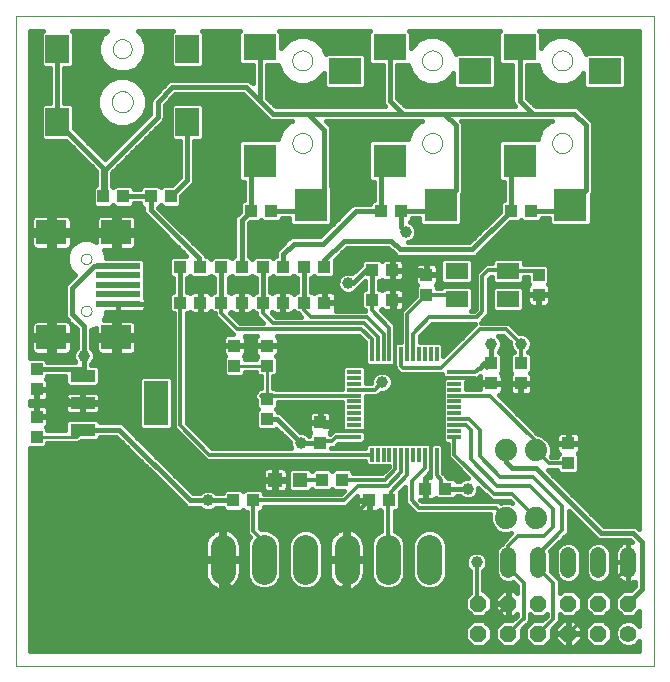
<source format=gtl>
G75*
%MOIN*%
%OFA0B0*%
%FSLAX24Y24*%
%IPPOS*%
%LPD*%
%AMOC8*
5,1,8,0,0,1.08239X$1,22.5*
%
%ADD10C,0.0000*%
%ADD11R,0.0827X0.0394*%
%ADD12R,0.0827X0.1457*%
%ADD13R,0.0394X0.0433*%
%ADD14R,0.0433X0.0394*%
%ADD15C,0.0740*%
%ADD16C,0.0520*%
%ADD17R,0.1496X0.0197*%
%ADD18R,0.0984X0.0787*%
%ADD19R,0.1102X0.0866*%
%ADD20R,0.1102X0.1102*%
%ADD21C,0.0560*%
%ADD22OC8,0.0560*%
%ADD23C,0.0840*%
%ADD24R,0.0748X0.0551*%
%ADD25R,0.0472X0.0472*%
%ADD26R,0.0120X0.0470*%
%ADD27R,0.0470X0.0120*%
%ADD28R,0.0787X0.0945*%
%ADD29C,0.0100*%
%ADD30C,0.0120*%
%ADD31C,0.0160*%
%ADD32C,0.0396*%
D10*
X000205Y000542D02*
X000205Y022195D01*
X021465Y022195D01*
X021465Y000542D01*
X000205Y000542D01*
X002370Y012373D02*
X002372Y012399D01*
X002378Y012425D01*
X002388Y012450D01*
X002401Y012473D01*
X002417Y012493D01*
X002437Y012511D01*
X002459Y012526D01*
X002482Y012538D01*
X002508Y012546D01*
X002534Y012550D01*
X002560Y012550D01*
X002586Y012546D01*
X002612Y012538D01*
X002636Y012526D01*
X002657Y012511D01*
X002677Y012493D01*
X002693Y012473D01*
X002706Y012450D01*
X002716Y012425D01*
X002722Y012399D01*
X002724Y012373D01*
X002722Y012347D01*
X002716Y012321D01*
X002706Y012296D01*
X002693Y012273D01*
X002677Y012253D01*
X002657Y012235D01*
X002635Y012220D01*
X002612Y012208D01*
X002586Y012200D01*
X002560Y012196D01*
X002534Y012196D01*
X002508Y012200D01*
X002482Y012208D01*
X002458Y012220D01*
X002437Y012235D01*
X002417Y012253D01*
X002401Y012273D01*
X002388Y012296D01*
X002378Y012321D01*
X002372Y012347D01*
X002370Y012373D01*
X002370Y014105D02*
X002372Y014131D01*
X002378Y014157D01*
X002388Y014182D01*
X002401Y014205D01*
X002417Y014225D01*
X002437Y014243D01*
X002459Y014258D01*
X002482Y014270D01*
X002508Y014278D01*
X002534Y014282D01*
X002560Y014282D01*
X002586Y014278D01*
X002612Y014270D01*
X002636Y014258D01*
X002657Y014243D01*
X002677Y014225D01*
X002693Y014205D01*
X002706Y014182D01*
X002716Y014157D01*
X002722Y014131D01*
X002724Y014105D01*
X002722Y014079D01*
X002716Y014053D01*
X002706Y014028D01*
X002693Y014005D01*
X002677Y013985D01*
X002657Y013967D01*
X002635Y013952D01*
X002612Y013940D01*
X002586Y013932D01*
X002560Y013928D01*
X002534Y013928D01*
X002508Y013932D01*
X002482Y013940D01*
X002458Y013952D01*
X002437Y013967D01*
X002417Y013985D01*
X002401Y014005D01*
X002388Y014028D01*
X002378Y014053D01*
X002372Y014079D01*
X002370Y014105D01*
X003394Y019341D02*
X003396Y019378D01*
X003402Y019415D01*
X003411Y019450D01*
X003425Y019485D01*
X003441Y019518D01*
X003462Y019549D01*
X003485Y019578D01*
X003511Y019604D01*
X003540Y019627D01*
X003571Y019648D01*
X003604Y019664D01*
X003639Y019678D01*
X003674Y019687D01*
X003711Y019693D01*
X003748Y019695D01*
X003785Y019693D01*
X003822Y019687D01*
X003857Y019678D01*
X003892Y019664D01*
X003925Y019648D01*
X003956Y019627D01*
X003985Y019604D01*
X004011Y019578D01*
X004034Y019549D01*
X004055Y019518D01*
X004071Y019485D01*
X004085Y019450D01*
X004094Y019415D01*
X004100Y019378D01*
X004102Y019341D01*
X004100Y019304D01*
X004094Y019267D01*
X004085Y019232D01*
X004071Y019197D01*
X004055Y019164D01*
X004034Y019133D01*
X004011Y019104D01*
X003985Y019078D01*
X003956Y019055D01*
X003925Y019034D01*
X003892Y019018D01*
X003857Y019004D01*
X003822Y018995D01*
X003785Y018989D01*
X003748Y018987D01*
X003711Y018989D01*
X003674Y018995D01*
X003639Y019004D01*
X003604Y019018D01*
X003571Y019034D01*
X003540Y019055D01*
X003511Y019078D01*
X003485Y019104D01*
X003462Y019133D01*
X003441Y019164D01*
X003425Y019197D01*
X003411Y019232D01*
X003402Y019267D01*
X003396Y019304D01*
X003394Y019341D01*
X003433Y021113D02*
X003435Y021148D01*
X003441Y021183D01*
X003451Y021217D01*
X003464Y021250D01*
X003481Y021281D01*
X003502Y021309D01*
X003525Y021336D01*
X003552Y021359D01*
X003580Y021380D01*
X003611Y021397D01*
X003644Y021410D01*
X003678Y021420D01*
X003713Y021426D01*
X003748Y021428D01*
X003783Y021426D01*
X003818Y021420D01*
X003852Y021410D01*
X003885Y021397D01*
X003916Y021380D01*
X003944Y021359D01*
X003971Y021336D01*
X003994Y021309D01*
X004015Y021281D01*
X004032Y021250D01*
X004045Y021217D01*
X004055Y021183D01*
X004061Y021148D01*
X004063Y021113D01*
X004061Y021078D01*
X004055Y021043D01*
X004045Y021009D01*
X004032Y020976D01*
X004015Y020945D01*
X003994Y020917D01*
X003971Y020890D01*
X003944Y020867D01*
X003916Y020846D01*
X003885Y020829D01*
X003852Y020816D01*
X003818Y020806D01*
X003783Y020800D01*
X003748Y020798D01*
X003713Y020800D01*
X003678Y020806D01*
X003644Y020816D01*
X003611Y020829D01*
X003580Y020846D01*
X003552Y020867D01*
X003525Y020890D01*
X003502Y020917D01*
X003481Y020945D01*
X003464Y020976D01*
X003451Y021009D01*
X003441Y021043D01*
X003435Y021078D01*
X003433Y021113D01*
X009417Y020719D02*
X009419Y020755D01*
X009425Y020791D01*
X009435Y020826D01*
X009448Y020860D01*
X009465Y020892D01*
X009485Y020922D01*
X009509Y020949D01*
X009535Y020974D01*
X009564Y020996D01*
X009595Y021015D01*
X009628Y021030D01*
X009662Y021042D01*
X009698Y021050D01*
X009734Y021054D01*
X009770Y021054D01*
X009806Y021050D01*
X009842Y021042D01*
X009876Y021030D01*
X009909Y021015D01*
X009940Y020996D01*
X009969Y020974D01*
X009995Y020949D01*
X010019Y020922D01*
X010039Y020892D01*
X010056Y020860D01*
X010069Y020826D01*
X010079Y020791D01*
X010085Y020755D01*
X010087Y020719D01*
X010085Y020683D01*
X010079Y020647D01*
X010069Y020612D01*
X010056Y020578D01*
X010039Y020546D01*
X010019Y020516D01*
X009995Y020489D01*
X009969Y020464D01*
X009940Y020442D01*
X009909Y020423D01*
X009876Y020408D01*
X009842Y020396D01*
X009806Y020388D01*
X009770Y020384D01*
X009734Y020384D01*
X009698Y020388D01*
X009662Y020396D01*
X009628Y020408D01*
X009595Y020423D01*
X009564Y020442D01*
X009535Y020464D01*
X009509Y020489D01*
X009485Y020516D01*
X009465Y020546D01*
X009448Y020578D01*
X009435Y020612D01*
X009425Y020647D01*
X009419Y020683D01*
X009417Y020719D01*
X009417Y017963D02*
X009419Y017999D01*
X009425Y018035D01*
X009435Y018070D01*
X009448Y018104D01*
X009465Y018136D01*
X009485Y018166D01*
X009509Y018193D01*
X009535Y018218D01*
X009564Y018240D01*
X009595Y018259D01*
X009628Y018274D01*
X009662Y018286D01*
X009698Y018294D01*
X009734Y018298D01*
X009770Y018298D01*
X009806Y018294D01*
X009842Y018286D01*
X009876Y018274D01*
X009909Y018259D01*
X009940Y018240D01*
X009969Y018218D01*
X009995Y018193D01*
X010019Y018166D01*
X010039Y018136D01*
X010056Y018104D01*
X010069Y018070D01*
X010079Y018035D01*
X010085Y017999D01*
X010087Y017963D01*
X010085Y017927D01*
X010079Y017891D01*
X010069Y017856D01*
X010056Y017822D01*
X010039Y017790D01*
X010019Y017760D01*
X009995Y017733D01*
X009969Y017708D01*
X009940Y017686D01*
X009909Y017667D01*
X009876Y017652D01*
X009842Y017640D01*
X009806Y017632D01*
X009770Y017628D01*
X009734Y017628D01*
X009698Y017632D01*
X009662Y017640D01*
X009628Y017652D01*
X009595Y017667D01*
X009564Y017686D01*
X009535Y017708D01*
X009509Y017733D01*
X009485Y017760D01*
X009465Y017790D01*
X009448Y017822D01*
X009435Y017856D01*
X009425Y017891D01*
X009419Y017927D01*
X009417Y017963D01*
X013748Y017963D02*
X013750Y017999D01*
X013756Y018035D01*
X013766Y018070D01*
X013779Y018104D01*
X013796Y018136D01*
X013816Y018166D01*
X013840Y018193D01*
X013866Y018218D01*
X013895Y018240D01*
X013926Y018259D01*
X013959Y018274D01*
X013993Y018286D01*
X014029Y018294D01*
X014065Y018298D01*
X014101Y018298D01*
X014137Y018294D01*
X014173Y018286D01*
X014207Y018274D01*
X014240Y018259D01*
X014271Y018240D01*
X014300Y018218D01*
X014326Y018193D01*
X014350Y018166D01*
X014370Y018136D01*
X014387Y018104D01*
X014400Y018070D01*
X014410Y018035D01*
X014416Y017999D01*
X014418Y017963D01*
X014416Y017927D01*
X014410Y017891D01*
X014400Y017856D01*
X014387Y017822D01*
X014370Y017790D01*
X014350Y017760D01*
X014326Y017733D01*
X014300Y017708D01*
X014271Y017686D01*
X014240Y017667D01*
X014207Y017652D01*
X014173Y017640D01*
X014137Y017632D01*
X014101Y017628D01*
X014065Y017628D01*
X014029Y017632D01*
X013993Y017640D01*
X013959Y017652D01*
X013926Y017667D01*
X013895Y017686D01*
X013866Y017708D01*
X013840Y017733D01*
X013816Y017760D01*
X013796Y017790D01*
X013779Y017822D01*
X013766Y017856D01*
X013756Y017891D01*
X013750Y017927D01*
X013748Y017963D01*
X013748Y020719D02*
X013750Y020755D01*
X013756Y020791D01*
X013766Y020826D01*
X013779Y020860D01*
X013796Y020892D01*
X013816Y020922D01*
X013840Y020949D01*
X013866Y020974D01*
X013895Y020996D01*
X013926Y021015D01*
X013959Y021030D01*
X013993Y021042D01*
X014029Y021050D01*
X014065Y021054D01*
X014101Y021054D01*
X014137Y021050D01*
X014173Y021042D01*
X014207Y021030D01*
X014240Y021015D01*
X014271Y020996D01*
X014300Y020974D01*
X014326Y020949D01*
X014350Y020922D01*
X014370Y020892D01*
X014387Y020860D01*
X014400Y020826D01*
X014410Y020791D01*
X014416Y020755D01*
X014418Y020719D01*
X014416Y020683D01*
X014410Y020647D01*
X014400Y020612D01*
X014387Y020578D01*
X014370Y020546D01*
X014350Y020516D01*
X014326Y020489D01*
X014300Y020464D01*
X014271Y020442D01*
X014240Y020423D01*
X014207Y020408D01*
X014173Y020396D01*
X014137Y020388D01*
X014101Y020384D01*
X014065Y020384D01*
X014029Y020388D01*
X013993Y020396D01*
X013959Y020408D01*
X013926Y020423D01*
X013895Y020442D01*
X013866Y020464D01*
X013840Y020489D01*
X013816Y020516D01*
X013796Y020546D01*
X013779Y020578D01*
X013766Y020612D01*
X013756Y020647D01*
X013750Y020683D01*
X013748Y020719D01*
X018078Y020719D02*
X018080Y020755D01*
X018086Y020791D01*
X018096Y020826D01*
X018109Y020860D01*
X018126Y020892D01*
X018146Y020922D01*
X018170Y020949D01*
X018196Y020974D01*
X018225Y020996D01*
X018256Y021015D01*
X018289Y021030D01*
X018323Y021042D01*
X018359Y021050D01*
X018395Y021054D01*
X018431Y021054D01*
X018467Y021050D01*
X018503Y021042D01*
X018537Y021030D01*
X018570Y021015D01*
X018601Y020996D01*
X018630Y020974D01*
X018656Y020949D01*
X018680Y020922D01*
X018700Y020892D01*
X018717Y020860D01*
X018730Y020826D01*
X018740Y020791D01*
X018746Y020755D01*
X018748Y020719D01*
X018746Y020683D01*
X018740Y020647D01*
X018730Y020612D01*
X018717Y020578D01*
X018700Y020546D01*
X018680Y020516D01*
X018656Y020489D01*
X018630Y020464D01*
X018601Y020442D01*
X018570Y020423D01*
X018537Y020408D01*
X018503Y020396D01*
X018467Y020388D01*
X018431Y020384D01*
X018395Y020384D01*
X018359Y020388D01*
X018323Y020396D01*
X018289Y020408D01*
X018256Y020423D01*
X018225Y020442D01*
X018196Y020464D01*
X018170Y020489D01*
X018146Y020516D01*
X018126Y020546D01*
X018109Y020578D01*
X018096Y020612D01*
X018086Y020647D01*
X018080Y020683D01*
X018078Y020719D01*
X018078Y017963D02*
X018080Y017999D01*
X018086Y018035D01*
X018096Y018070D01*
X018109Y018104D01*
X018126Y018136D01*
X018146Y018166D01*
X018170Y018193D01*
X018196Y018218D01*
X018225Y018240D01*
X018256Y018259D01*
X018289Y018274D01*
X018323Y018286D01*
X018359Y018294D01*
X018395Y018298D01*
X018431Y018298D01*
X018467Y018294D01*
X018503Y018286D01*
X018537Y018274D01*
X018570Y018259D01*
X018601Y018240D01*
X018630Y018218D01*
X018656Y018193D01*
X018680Y018166D01*
X018700Y018136D01*
X018717Y018104D01*
X018730Y018070D01*
X018740Y018035D01*
X018746Y017999D01*
X018748Y017963D01*
X018746Y017927D01*
X018740Y017891D01*
X018730Y017856D01*
X018717Y017822D01*
X018700Y017790D01*
X018680Y017760D01*
X018656Y017733D01*
X018630Y017708D01*
X018601Y017686D01*
X018570Y017667D01*
X018537Y017652D01*
X018503Y017640D01*
X018467Y017632D01*
X018431Y017628D01*
X018395Y017628D01*
X018359Y017632D01*
X018323Y017640D01*
X018289Y017652D01*
X018256Y017667D01*
X018225Y017686D01*
X018196Y017708D01*
X018170Y017733D01*
X018146Y017760D01*
X018126Y017790D01*
X018109Y017822D01*
X018096Y017856D01*
X018086Y017891D01*
X018080Y017927D01*
X018078Y017963D01*
D11*
X002429Y010207D03*
X002429Y009302D03*
X002429Y008396D03*
D12*
X004870Y009302D03*
D13*
X007488Y010542D03*
X007488Y011211D03*
X007724Y013829D03*
X007055Y013829D03*
X006346Y013829D03*
X005677Y013829D03*
X005362Y016191D03*
X004693Y016191D03*
X003787Y016191D03*
X003118Y016191D03*
X008039Y015699D03*
X008709Y015699D03*
X008433Y013829D03*
X009102Y013829D03*
X009811Y013829D03*
X010480Y013829D03*
X012370Y015699D03*
X013039Y015699D03*
X013886Y013573D03*
X013886Y012904D03*
X016051Y010621D03*
X016051Y009951D03*
X017035Y009951D03*
X017035Y010621D03*
X017626Y012904D03*
X017626Y013573D03*
X017370Y015699D03*
X016701Y015699D03*
X010343Y008652D03*
X010343Y007983D03*
X010402Y006743D03*
X011071Y006743D03*
X008118Y006054D03*
X007449Y006054D03*
X000894Y008180D03*
X000894Y008849D03*
X000894Y009754D03*
X000894Y010424D03*
D14*
X005677Y012648D03*
X006346Y012648D03*
X007055Y012648D03*
X007724Y012648D03*
X008433Y012648D03*
X009102Y012648D03*
X009811Y012648D03*
X010480Y012648D03*
X012075Y012747D03*
X012744Y012747D03*
X012744Y013731D03*
X012075Y013731D03*
X008571Y011211D03*
X008571Y010542D03*
X008571Y009440D03*
X008571Y008770D03*
X011976Y006054D03*
X012646Y006054D03*
X013846Y006447D03*
X014516Y006447D03*
X018610Y007294D03*
X018610Y007963D03*
D15*
X017528Y007727D03*
X016528Y007727D03*
X016543Y005463D03*
X017543Y005463D03*
D16*
X017610Y004247D02*
X017610Y003727D01*
X016610Y003727D02*
X016610Y004247D01*
X018610Y004247D02*
X018610Y003727D01*
X019610Y003727D02*
X019610Y004247D01*
X020610Y004247D02*
X020610Y003727D01*
D17*
X003610Y012609D03*
X003610Y012924D03*
X003610Y013239D03*
X003610Y013554D03*
X003610Y013869D03*
D18*
X003551Y014991D03*
X001386Y014991D03*
X001386Y011487D03*
X003551Y011487D03*
D19*
X011169Y020365D03*
X012665Y021152D03*
X015500Y020365D03*
X016996Y021152D03*
X019831Y020365D03*
X008335Y021152D03*
D20*
X008335Y017373D03*
X010028Y015916D03*
X012665Y017373D03*
X014358Y015916D03*
X016996Y017373D03*
X018689Y015916D03*
D21*
X020618Y001617D03*
D22*
X020618Y002617D03*
X019618Y002617D03*
X018618Y002617D03*
X017618Y002617D03*
X016618Y002617D03*
X015618Y002617D03*
X015618Y001617D03*
X016618Y001617D03*
X017618Y001617D03*
X018618Y001617D03*
X019618Y001617D03*
D23*
X013984Y003665D02*
X013984Y004505D01*
X012606Y004505D02*
X012606Y003665D01*
X011228Y003665D02*
X011228Y004505D01*
X009850Y004505D02*
X009850Y003665D01*
X008472Y003665D02*
X008472Y004505D01*
X007094Y004505D02*
X007094Y003665D01*
D24*
X014890Y012766D03*
X014890Y013711D03*
X016622Y013711D03*
X016622Y012766D03*
D25*
X009673Y006743D03*
X008846Y006743D03*
D26*
X012065Y007579D03*
X012262Y007579D03*
X012459Y007579D03*
X012656Y007579D03*
X012852Y007579D03*
X013049Y007579D03*
X013246Y007579D03*
X013443Y007579D03*
X013640Y007579D03*
X013837Y007579D03*
X014033Y007579D03*
X014230Y007579D03*
X014230Y010926D03*
X014033Y010926D03*
X013837Y010926D03*
X013640Y010926D03*
X013443Y010926D03*
X013246Y010926D03*
X013049Y010926D03*
X012852Y010926D03*
X012656Y010926D03*
X012459Y010926D03*
X012262Y010926D03*
X012065Y010926D03*
D27*
X011474Y010335D03*
X011474Y010138D03*
X011474Y009941D03*
X011474Y009745D03*
X011474Y009548D03*
X011474Y009351D03*
X011474Y009154D03*
X011474Y008957D03*
X011474Y008760D03*
X011474Y008564D03*
X011474Y008367D03*
X011474Y008170D03*
X014821Y008170D03*
X014821Y008367D03*
X014821Y008564D03*
X014821Y008760D03*
X014821Y008957D03*
X014821Y009154D03*
X014821Y009351D03*
X014821Y009548D03*
X014821Y009745D03*
X014821Y009941D03*
X014821Y010138D03*
X014821Y010335D03*
D28*
X005913Y018672D03*
X005913Y021113D03*
X001583Y021113D03*
X001583Y018672D03*
D29*
X003610Y012609D02*
X003610Y011546D01*
X003551Y011487D01*
X003551Y009695D01*
X003157Y009302D01*
X002429Y009302D01*
X002075Y009302D01*
X001622Y009754D01*
X000894Y009754D01*
X000894Y008849D01*
X000894Y008180D02*
X002213Y008180D01*
X002429Y008396D01*
X007488Y010542D02*
X008571Y010542D01*
X008571Y009440D01*
X008571Y011211D02*
X007488Y011211D01*
D30*
X007587Y011762D02*
X011720Y011762D01*
X012065Y011418D01*
X012065Y010926D01*
X012262Y010926D02*
X012262Y011516D01*
X011819Y011959D01*
X008768Y011959D01*
X008433Y012294D01*
X008433Y012648D01*
X009102Y012648D02*
X009112Y012658D01*
X009112Y013239D01*
X009811Y012648D02*
X009811Y012392D01*
X010047Y012156D01*
X011917Y012156D01*
X012459Y011615D01*
X012459Y010926D01*
X012656Y010926D02*
X012656Y011812D01*
X012075Y012392D01*
X012075Y012747D01*
X012744Y012747D02*
X012852Y012638D01*
X012852Y010926D01*
X012852Y010434D01*
X013148Y010138D01*
X013197Y010138D01*
X013197Y009006D01*
X013197Y008810D01*
X014033Y007973D01*
X014033Y007579D01*
X014033Y006890D01*
X013886Y006743D01*
X013886Y006487D01*
X013846Y006447D01*
X013394Y006693D02*
X013394Y006054D01*
X013640Y005808D01*
X016199Y005808D01*
X016543Y005463D01*
X016937Y004873D02*
X017823Y004873D01*
X018118Y005168D01*
X018118Y005758D01*
X017331Y006546D01*
X016248Y006546D01*
X015362Y007432D01*
X015362Y008416D01*
X015215Y008564D01*
X014821Y008564D01*
X014821Y008760D02*
X015313Y008760D01*
X015657Y008416D01*
X015657Y007530D01*
X016346Y006841D01*
X017429Y006841D01*
X018413Y005857D01*
X018413Y005069D01*
X017626Y004282D01*
X017626Y004002D01*
X017610Y003987D01*
X017610Y003806D01*
X018118Y003298D01*
X018118Y002117D01*
X017618Y001617D01*
X017134Y002117D02*
X017134Y003298D01*
X016610Y003821D01*
X016610Y003987D01*
X016610Y004546D01*
X016937Y004873D01*
X017543Y005463D02*
X016756Y006251D01*
X016150Y006251D01*
X014821Y007579D01*
X014821Y008170D01*
X014230Y007579D02*
X014230Y006890D01*
X014378Y006743D01*
X014378Y006585D01*
X014516Y006447D01*
X013837Y007136D02*
X013837Y007579D01*
X013837Y007136D02*
X013394Y006693D01*
X013246Y006890D02*
X013246Y007579D01*
X013049Y007579D02*
X013049Y006989D01*
X012606Y006546D01*
X011622Y006546D01*
X011130Y006054D01*
X008118Y006054D01*
X008118Y005030D01*
X008472Y004676D01*
X008472Y004085D01*
X009673Y006743D02*
X010402Y006743D01*
X011071Y006743D02*
X012508Y006743D01*
X012852Y007087D01*
X012852Y007579D01*
X012065Y007579D02*
X006652Y007579D01*
X005677Y008554D01*
X005677Y012648D01*
X006346Y012648D02*
X006356Y012658D01*
X006356Y013239D01*
X007055Y012648D02*
X007055Y012294D01*
X007587Y011762D01*
X007724Y012648D02*
X007734Y012658D01*
X007734Y013239D01*
X010490Y013239D02*
X010490Y012658D01*
X010480Y012648D01*
X012744Y013731D02*
X013728Y013731D01*
X013886Y013573D01*
X013886Y012904D02*
X014752Y012904D01*
X014890Y012766D01*
X015559Y012156D02*
X015756Y012353D01*
X015756Y013534D01*
X015953Y013731D01*
X016602Y013731D01*
X016622Y013711D01*
X017488Y013711D01*
X017626Y013573D01*
X016543Y011762D02*
X017035Y011270D01*
X017035Y010621D01*
X016996Y010621D01*
X017035Y009951D02*
X016051Y009951D01*
X015963Y009991D01*
X015657Y009991D01*
X015510Y010138D01*
X014821Y010138D01*
X013197Y010138D01*
X013098Y010483D02*
X014378Y010483D01*
X015657Y011762D01*
X016543Y011762D01*
X015559Y012156D02*
X013984Y012156D01*
X013443Y011615D01*
X013443Y010926D01*
X013246Y010926D02*
X013246Y012264D01*
X013886Y012904D01*
X013049Y010926D02*
X013049Y010532D01*
X013098Y010483D01*
X012409Y009991D02*
X012163Y009745D01*
X011474Y009745D01*
X011474Y009548D02*
X008374Y009548D01*
X008571Y009440D01*
X010343Y008652D02*
X010480Y008514D01*
X010736Y008514D01*
X010884Y008367D01*
X011474Y008367D01*
X012557Y008367D01*
X013197Y009006D01*
X014821Y009548D02*
X016002Y009548D01*
X017528Y008022D01*
X017528Y007727D01*
X017961Y007294D01*
X018610Y007294D01*
X015907Y010483D02*
X016051Y010627D01*
X016051Y010621D02*
X015907Y010483D01*
X015657Y010483D02*
X015510Y010335D01*
X014821Y010335D01*
X013246Y006890D02*
X012705Y006349D01*
X012705Y006054D01*
X012646Y006054D01*
X012606Y006014D01*
X012606Y004085D01*
X011228Y004085D02*
X011228Y005306D01*
X011976Y006054D01*
X010736Y008022D02*
X010382Y008022D01*
X010343Y007983D01*
X010736Y008022D02*
X010884Y008170D01*
X011474Y008170D01*
X015559Y003987D02*
X015559Y002676D01*
X015618Y002617D01*
X016150Y002117D02*
X014969Y002117D01*
X016150Y002117D02*
X016618Y002585D01*
X016618Y002632D01*
X017118Y002117D02*
X017134Y002117D01*
X017118Y002117D02*
X016618Y001617D01*
X018618Y001617D02*
X019102Y002101D01*
X019102Y002904D01*
X019398Y003199D01*
X019988Y003199D01*
X020610Y003821D01*
D31*
X020610Y003870D02*
X020610Y003870D01*
X020610Y003987D02*
X020610Y003287D01*
X020610Y003987D01*
X020610Y004687D01*
X020576Y004687D01*
X020507Y004676D01*
X020441Y004655D01*
X020380Y004623D01*
X020324Y004582D01*
X020275Y004533D01*
X020234Y004477D01*
X020202Y004416D01*
X020181Y004350D01*
X020170Y004281D01*
X020170Y003987D01*
X020610Y003987D01*
X020610Y003987D01*
X020610Y003987D01*
X020610Y004687D01*
X020645Y004687D01*
X020713Y004676D01*
X020740Y004667D01*
X020676Y004731D01*
X019645Y004731D01*
X019557Y004768D01*
X018633Y005691D01*
X018633Y004978D01*
X018017Y004362D01*
X018030Y004330D01*
X018030Y003697D01*
X018338Y003389D01*
X018338Y002959D01*
X018436Y003057D01*
X018800Y003057D01*
X019058Y002799D01*
X019058Y002434D01*
X018800Y002177D01*
X018436Y002177D01*
X018338Y002274D01*
X018338Y002026D01*
X018209Y001897D01*
X018058Y001746D01*
X018058Y001434D01*
X017800Y001177D01*
X017436Y001177D01*
X017178Y001434D01*
X017178Y001799D01*
X017436Y002057D01*
X017747Y002057D01*
X017898Y002208D01*
X017898Y002274D01*
X017800Y002177D01*
X017436Y002177D01*
X017354Y002259D01*
X017354Y002026D01*
X017225Y001897D01*
X017209Y001897D01*
X017058Y001746D01*
X017058Y001434D01*
X016800Y001177D01*
X016436Y001177D01*
X016178Y001434D01*
X016178Y001799D01*
X016436Y002057D01*
X016747Y002057D01*
X016898Y002208D01*
X016898Y002208D01*
X016914Y002224D01*
X016914Y002262D01*
X016809Y002157D01*
X016628Y002157D01*
X016628Y002607D01*
X016608Y002607D01*
X016158Y002607D01*
X016158Y002426D01*
X016428Y002157D01*
X016608Y002157D01*
X016608Y002607D01*
X016608Y002627D01*
X016608Y003077D01*
X016428Y003077D01*
X016158Y002807D01*
X016158Y002627D01*
X016608Y002627D01*
X016628Y002627D01*
X016628Y003077D01*
X016809Y003077D01*
X016914Y002971D01*
X016914Y003207D01*
X016779Y003342D01*
X016694Y003307D01*
X016527Y003307D01*
X016372Y003371D01*
X016254Y003489D01*
X016190Y003643D01*
X016190Y004330D01*
X016254Y004485D01*
X016372Y004603D01*
X016390Y004610D01*
X016390Y004637D01*
X016713Y004960D01*
X016649Y004933D01*
X016438Y004933D01*
X016243Y005014D01*
X016094Y005163D01*
X016013Y005358D01*
X016013Y005569D01*
X016021Y005588D01*
X013549Y005588D01*
X013303Y005834D01*
X013174Y005963D01*
X013174Y006507D01*
X013003Y006336D01*
X013022Y006317D01*
X013022Y005791D01*
X012928Y005697D01*
X012826Y005697D01*
X012826Y005042D01*
X012935Y004997D01*
X013098Y004834D01*
X013186Y004621D01*
X013186Y003550D01*
X013098Y003337D01*
X012935Y003173D01*
X012722Y003085D01*
X012491Y003085D01*
X012278Y003173D01*
X012115Y003337D01*
X012026Y003550D01*
X012026Y004621D01*
X012115Y004834D01*
X012278Y004997D01*
X012386Y005042D01*
X012386Y005697D01*
X012363Y005697D01*
X012325Y005735D01*
X012303Y005713D01*
X012262Y005689D01*
X012217Y005677D01*
X011995Y005677D01*
X011995Y006035D01*
X011958Y006035D01*
X011958Y005677D01*
X011736Y005677D01*
X011690Y005689D01*
X011649Y005713D01*
X011616Y005746D01*
X011592Y005787D01*
X011580Y005833D01*
X011580Y006035D01*
X011958Y006035D01*
X011958Y006072D01*
X011580Y006072D01*
X011580Y006192D01*
X011350Y005963D01*
X011350Y005963D01*
X011221Y005834D01*
X008475Y005834D01*
X008475Y005771D01*
X008381Y005677D01*
X008338Y005677D01*
X008338Y005121D01*
X008374Y005085D01*
X008588Y005085D01*
X008801Y004997D01*
X008964Y004834D01*
X009052Y004621D01*
X009052Y003550D01*
X008964Y003337D01*
X008801Y003173D01*
X008588Y003085D01*
X008357Y003085D01*
X008144Y003173D01*
X007981Y003337D01*
X007892Y003550D01*
X007892Y004621D01*
X007981Y004834D01*
X007992Y004845D01*
X007898Y004939D01*
X007898Y005677D01*
X007855Y005677D01*
X007783Y005749D01*
X007712Y005677D01*
X007186Y005677D01*
X007092Y005771D01*
X007092Y005814D01*
X006869Y005814D01*
X006805Y005750D01*
X006674Y005696D01*
X006531Y005696D01*
X006400Y005750D01*
X006336Y005814D01*
X005964Y005814D01*
X005876Y005850D01*
X005808Y005918D01*
X003550Y008176D01*
X003003Y008176D01*
X003003Y008133D01*
X002909Y008039D01*
X002369Y008039D01*
X002300Y007970D01*
X001251Y007970D01*
X001251Y007897D01*
X001157Y007803D01*
X000685Y007803D01*
X000685Y001022D01*
X020985Y001022D01*
X020985Y001361D01*
X020867Y001244D01*
X020706Y001177D01*
X020531Y001177D01*
X020369Y001244D01*
X020245Y001367D01*
X020178Y001529D01*
X020178Y001704D01*
X020245Y001866D01*
X020369Y001990D01*
X020531Y002057D01*
X020706Y002057D01*
X020867Y001990D01*
X020985Y001872D01*
X020985Y002361D01*
X020800Y002177D01*
X020436Y002177D01*
X020178Y002434D01*
X020178Y002799D01*
X020436Y003057D01*
X020687Y003057D01*
X020831Y003200D01*
X020831Y003345D01*
X020779Y003319D01*
X020713Y003298D01*
X020645Y003287D01*
X020610Y003287D01*
X020576Y003287D01*
X020507Y003298D01*
X020441Y003319D01*
X020380Y003350D01*
X020324Y003391D01*
X020275Y003440D01*
X020234Y003496D01*
X020202Y003558D01*
X020181Y003624D01*
X020170Y003692D01*
X020170Y003987D01*
X020610Y003987D01*
X020610Y003987D01*
X020610Y004029D02*
X020610Y004029D01*
X020610Y004187D02*
X020610Y004187D01*
X020610Y004346D02*
X020610Y004346D01*
X020610Y004504D02*
X020610Y004504D01*
X020610Y004663D02*
X020610Y004663D01*
X020467Y004663D02*
X019703Y004663D01*
X019694Y004667D02*
X019527Y004667D01*
X019372Y004603D01*
X019254Y004485D01*
X019190Y004330D01*
X019190Y003643D01*
X019254Y003489D01*
X019372Y003371D01*
X019527Y003307D01*
X019694Y003307D01*
X019848Y003371D01*
X019966Y003489D01*
X020030Y003643D01*
X020030Y004330D01*
X019966Y004485D01*
X019848Y004603D01*
X019694Y004667D01*
X019517Y004663D02*
X018703Y004663D01*
X018694Y004667D02*
X018527Y004667D01*
X018372Y004603D01*
X018254Y004485D01*
X018190Y004330D01*
X018190Y003643D01*
X018254Y003489D01*
X018372Y003371D01*
X018527Y003307D01*
X018694Y003307D01*
X018848Y003371D01*
X018966Y003489D01*
X019030Y003643D01*
X019030Y004330D01*
X018966Y004485D01*
X018848Y004603D01*
X018694Y004667D01*
X018517Y004663D02*
X018318Y004663D01*
X018274Y004504D02*
X018159Y004504D01*
X018197Y004346D02*
X018024Y004346D01*
X018030Y004187D02*
X018190Y004187D01*
X018190Y004029D02*
X018030Y004029D01*
X018030Y003870D02*
X018190Y003870D01*
X018190Y003712D02*
X018030Y003712D01*
X018174Y003553D02*
X018227Y003553D01*
X018332Y003395D02*
X018348Y003395D01*
X018338Y003236D02*
X020831Y003236D01*
X020708Y003078D02*
X018338Y003078D01*
X018938Y002919D02*
X019299Y002919D01*
X019178Y002799D02*
X019436Y003057D01*
X019800Y003057D01*
X020058Y002799D01*
X020058Y002434D01*
X019800Y002177D01*
X019436Y002177D01*
X019178Y002434D01*
X019178Y002799D01*
X019178Y002761D02*
X019058Y002761D01*
X019058Y002602D02*
X019178Y002602D01*
X019178Y002444D02*
X019058Y002444D01*
X018909Y002285D02*
X019327Y002285D01*
X019436Y002057D02*
X019178Y001799D01*
X019178Y001434D01*
X019436Y001177D01*
X019800Y001177D01*
X020058Y001434D01*
X020058Y001799D01*
X019800Y002057D01*
X019436Y002057D01*
X019348Y001968D02*
X018917Y001968D01*
X018809Y002077D02*
X018628Y002077D01*
X018628Y001627D01*
X018608Y001627D01*
X018608Y002077D01*
X018428Y002077D01*
X018158Y001807D01*
X018158Y001627D01*
X018608Y001627D01*
X018608Y001607D01*
X018158Y001607D01*
X018158Y001426D01*
X018428Y001157D01*
X018608Y001157D01*
X018608Y001607D01*
X018628Y001607D01*
X018628Y001627D01*
X019078Y001627D01*
X019078Y001807D01*
X018809Y002077D01*
X018628Y001968D02*
X018608Y001968D01*
X018608Y001810D02*
X018628Y001810D01*
X018628Y001651D02*
X018608Y001651D01*
X018628Y001607D02*
X019078Y001607D01*
X019078Y001426D01*
X018809Y001157D01*
X018628Y001157D01*
X018628Y001607D01*
X018628Y001493D02*
X018608Y001493D01*
X018608Y001334D02*
X018628Y001334D01*
X018628Y001176D02*
X018608Y001176D01*
X018408Y001176D02*
X000685Y001176D01*
X000685Y001334D02*
X015278Y001334D01*
X015178Y001434D02*
X015436Y001177D01*
X015800Y001177D01*
X016058Y001434D01*
X016058Y001799D01*
X015800Y002057D01*
X015436Y002057D01*
X015178Y001799D01*
X015178Y001434D01*
X015178Y001493D02*
X000685Y001493D01*
X000685Y001651D02*
X015178Y001651D01*
X015189Y001810D02*
X000685Y001810D01*
X000685Y001968D02*
X015348Y001968D01*
X015436Y002177D02*
X015800Y002177D01*
X016058Y002434D01*
X016058Y002799D01*
X015800Y003057D01*
X015779Y003057D01*
X015779Y003700D01*
X015863Y003784D01*
X015917Y003916D01*
X015917Y004058D01*
X015863Y004190D01*
X015762Y004290D01*
X015630Y004345D01*
X015488Y004345D01*
X015356Y004290D01*
X015255Y004190D01*
X015201Y004058D01*
X015201Y003916D01*
X015255Y003784D01*
X015339Y003700D01*
X015339Y002960D01*
X015178Y002799D01*
X015178Y002434D01*
X015436Y002177D01*
X015327Y002285D02*
X000685Y002285D01*
X000685Y002127D02*
X016817Y002127D01*
X016628Y002285D02*
X016608Y002285D01*
X016608Y002444D02*
X016628Y002444D01*
X016628Y002602D02*
X016608Y002602D01*
X016618Y002617D02*
X016618Y002632D01*
X016608Y002761D02*
X016628Y002761D01*
X016628Y002919D02*
X016608Y002919D01*
X016270Y002919D02*
X015938Y002919D01*
X016058Y002761D02*
X016158Y002761D01*
X016158Y002602D02*
X016058Y002602D01*
X016058Y002444D02*
X016158Y002444D01*
X016299Y002285D02*
X015909Y002285D01*
X015889Y001968D02*
X016348Y001968D01*
X016189Y001810D02*
X016047Y001810D01*
X016058Y001651D02*
X016178Y001651D01*
X016178Y001493D02*
X016058Y001493D01*
X015958Y001334D02*
X016278Y001334D01*
X016958Y001334D02*
X017278Y001334D01*
X017178Y001493D02*
X017058Y001493D01*
X017058Y001651D02*
X017178Y001651D01*
X017189Y001810D02*
X017122Y001810D01*
X017297Y001968D02*
X017348Y001968D01*
X017354Y002127D02*
X017817Y002127D01*
X018122Y001810D02*
X018161Y001810D01*
X018158Y001651D02*
X018058Y001651D01*
X018058Y001493D02*
X018158Y001493D01*
X018250Y001334D02*
X017958Y001334D01*
X018281Y001968D02*
X018319Y001968D01*
X018338Y002127D02*
X020985Y002127D01*
X020985Y002285D02*
X020909Y002285D01*
X020889Y001968D02*
X020985Y001968D01*
X020348Y001968D02*
X019889Y001968D01*
X020047Y001810D02*
X020222Y001810D01*
X020178Y001651D02*
X020058Y001651D01*
X020058Y001493D02*
X020193Y001493D01*
X020278Y001334D02*
X019958Y001334D01*
X019278Y001334D02*
X018986Y001334D01*
X019078Y001493D02*
X019178Y001493D01*
X019178Y001651D02*
X019078Y001651D01*
X019075Y001810D02*
X019189Y001810D01*
X018828Y001176D02*
X020985Y001176D01*
X020985Y001334D02*
X020958Y001334D01*
X020327Y002285D02*
X019909Y002285D01*
X020058Y002444D02*
X020178Y002444D01*
X020178Y002602D02*
X020058Y002602D01*
X020058Y002761D02*
X020178Y002761D01*
X020299Y002919D02*
X019938Y002919D01*
X019872Y003395D02*
X020320Y003395D01*
X020205Y003553D02*
X019993Y003553D01*
X020030Y003712D02*
X020170Y003712D01*
X020170Y003870D02*
X020030Y003870D01*
X020030Y004029D02*
X020170Y004029D01*
X020170Y004187D02*
X020030Y004187D01*
X020024Y004346D02*
X020180Y004346D01*
X020254Y004504D02*
X019947Y004504D01*
X019693Y004971D02*
X017528Y007136D01*
X016740Y007136D01*
X016528Y007349D01*
X016528Y007727D01*
X017394Y008467D02*
X020985Y008467D01*
X020985Y008625D02*
X017235Y008625D01*
X017077Y008784D02*
X020985Y008784D01*
X020985Y008942D02*
X016918Y008942D01*
X016760Y009101D02*
X020985Y009101D01*
X020985Y009259D02*
X016601Y009259D01*
X016443Y009418D02*
X020985Y009418D01*
X020985Y009576D02*
X017318Y009576D01*
X017302Y009567D02*
X017343Y009591D01*
X017376Y009624D01*
X017400Y009665D01*
X017412Y009711D01*
X017412Y009933D01*
X017054Y009933D01*
X017054Y009970D01*
X017412Y009970D01*
X017412Y010192D01*
X017400Y010237D01*
X017376Y010278D01*
X017355Y010300D01*
X017392Y010338D01*
X017392Y010903D01*
X017299Y010997D01*
X017269Y010997D01*
X017339Y011067D01*
X017394Y011199D01*
X017394Y011341D01*
X017339Y011473D01*
X017238Y011574D01*
X017107Y011628D01*
X016988Y011628D01*
X016634Y011982D01*
X015696Y011982D01*
X015847Y012133D01*
X015976Y012262D01*
X015976Y013443D01*
X016044Y013511D01*
X016088Y013511D01*
X016088Y013369D01*
X016182Y013276D01*
X017062Y013276D01*
X017156Y013369D01*
X017156Y013491D01*
X017269Y013491D01*
X017269Y013291D01*
X017307Y013253D01*
X017285Y013231D01*
X017261Y013190D01*
X017249Y013144D01*
X017249Y012922D01*
X017608Y012922D01*
X017608Y012886D01*
X017644Y012886D01*
X017644Y012508D01*
X017847Y012508D01*
X017892Y012520D01*
X017933Y012543D01*
X017967Y012577D01*
X017991Y012618D01*
X018003Y012664D01*
X018003Y012886D01*
X017644Y012886D01*
X017644Y012922D01*
X018003Y012922D01*
X018003Y013144D01*
X017991Y013190D01*
X017967Y013231D01*
X017945Y013253D01*
X017983Y013291D01*
X017983Y013856D01*
X020985Y013856D01*
X020985Y014014D02*
X017156Y014014D01*
X017156Y014053D02*
X017062Y014147D01*
X016182Y014147D01*
X016088Y014053D01*
X016088Y013951D01*
X015862Y013951D01*
X015733Y013822D01*
X015536Y013625D01*
X015536Y012444D01*
X015468Y012376D01*
X015375Y012376D01*
X015424Y012424D01*
X015424Y013108D01*
X015330Y013202D01*
X014449Y013202D01*
X014372Y013124D01*
X014243Y013124D01*
X014243Y013187D01*
X014205Y013225D01*
X014227Y013246D01*
X014250Y013287D01*
X014263Y013333D01*
X014263Y013555D01*
X013904Y013555D01*
X013904Y013592D01*
X013867Y013592D01*
X013867Y013555D01*
X013509Y013555D01*
X013509Y013333D01*
X013521Y013287D01*
X013545Y013246D01*
X013567Y013225D01*
X013529Y013187D01*
X013529Y012858D01*
X013026Y012355D01*
X013026Y011321D01*
X012995Y011321D01*
X012982Y011328D01*
X012936Y011341D01*
X012876Y011341D01*
X012876Y011903D01*
X012373Y012405D01*
X012395Y012427D01*
X012417Y012406D01*
X012458Y012382D01*
X012504Y012370D01*
X012726Y012370D01*
X012726Y012728D01*
X012763Y012728D01*
X012763Y012765D01*
X013141Y012765D01*
X013141Y012967D01*
X013128Y013013D01*
X013105Y013054D01*
X013071Y013087D01*
X013030Y013111D01*
X012984Y013123D01*
X012763Y013123D01*
X012763Y012765D01*
X012726Y012765D01*
X012726Y013123D01*
X012504Y013123D01*
X012458Y013111D01*
X012417Y013087D01*
X012395Y013066D01*
X012358Y013103D01*
X012315Y013103D01*
X012315Y013374D01*
X012358Y013374D01*
X012395Y013412D01*
X012417Y013390D01*
X012458Y013366D01*
X012504Y013354D01*
X012726Y013354D01*
X012726Y013712D01*
X012763Y013712D01*
X012763Y013749D01*
X013141Y013749D01*
X013141Y013951D01*
X013128Y013997D01*
X013105Y014038D01*
X013071Y014072D01*
X013030Y014095D01*
X012984Y014108D01*
X012763Y014108D01*
X012763Y013749D01*
X012726Y013749D01*
X012726Y014108D01*
X012504Y014108D01*
X012458Y014095D01*
X012417Y014072D01*
X012395Y014050D01*
X012358Y014088D01*
X011792Y014088D01*
X011698Y013994D01*
X011698Y013900D01*
X011416Y013618D01*
X011349Y013646D01*
X011206Y013646D01*
X011075Y013592D01*
X010974Y013491D01*
X010919Y013359D01*
X010919Y013217D01*
X010974Y013085D01*
X011075Y012984D01*
X011206Y012930D01*
X011349Y012930D01*
X011480Y012984D01*
X011581Y013085D01*
X011595Y013118D01*
X011629Y013152D01*
X011835Y013358D01*
X011835Y013103D01*
X011792Y013103D01*
X011698Y013010D01*
X011698Y012483D01*
X011792Y012390D01*
X011855Y012390D01*
X011855Y012376D01*
X010861Y012376D01*
X010865Y012382D01*
X010877Y012428D01*
X010877Y012630D01*
X010499Y012630D01*
X010499Y012667D01*
X010462Y012667D01*
X010462Y013025D01*
X010240Y013025D01*
X010194Y013013D01*
X010153Y012989D01*
X010132Y012967D01*
X010094Y013005D01*
X010051Y013005D01*
X010051Y013453D01*
X010074Y013453D01*
X010146Y013524D01*
X010217Y013453D01*
X010743Y013453D01*
X010837Y013546D01*
X010837Y014083D01*
X011229Y014475D01*
X012605Y014475D01*
X012797Y014284D01*
X012864Y014216D01*
X012952Y014180D01*
X015469Y014180D01*
X015557Y014216D01*
X015625Y014284D01*
X016664Y015323D01*
X016964Y015323D01*
X017035Y015394D01*
X017107Y015323D01*
X017633Y015323D01*
X017727Y015417D01*
X017727Y015459D01*
X017978Y015459D01*
X017978Y015298D01*
X018072Y015205D01*
X019306Y015205D01*
X019400Y015298D01*
X019400Y016248D01*
X019404Y016252D01*
X019441Y016341D01*
X019441Y018601D01*
X019404Y018690D01*
X018943Y019151D01*
X018855Y019187D01*
X017529Y019187D01*
X017236Y019480D01*
X017236Y020559D01*
X017599Y020559D01*
X017599Y020557D01*
X017723Y020258D01*
X017952Y020028D01*
X018251Y019904D01*
X018575Y019904D01*
X018875Y020028D01*
X019104Y020258D01*
X019120Y020295D01*
X019120Y019865D01*
X019213Y019772D01*
X020448Y019772D01*
X020542Y019865D01*
X020542Y020864D01*
X020448Y020958D01*
X019213Y020958D01*
X019201Y020946D01*
X019104Y021180D01*
X018875Y021410D01*
X018575Y021534D01*
X018251Y021534D01*
X017952Y021410D01*
X017723Y021180D01*
X017707Y021143D01*
X017707Y021651D01*
X017643Y021715D01*
X020985Y021715D01*
X020985Y005101D01*
X020912Y005174D01*
X020823Y005211D01*
X019792Y005211D01*
X017929Y007074D01*
X018234Y007074D01*
X018234Y007031D01*
X018327Y006937D01*
X018893Y006937D01*
X018987Y007031D01*
X018987Y007557D01*
X018927Y007616D01*
X018937Y007622D01*
X018971Y007656D01*
X018995Y007697D01*
X019007Y007743D01*
X019007Y007945D01*
X018629Y007945D01*
X018629Y007982D01*
X018592Y007982D01*
X018592Y008340D01*
X018370Y008340D01*
X018324Y008328D01*
X018283Y008304D01*
X018250Y008270D01*
X018226Y008229D01*
X018214Y008184D01*
X018214Y007982D01*
X018592Y007982D01*
X018592Y007945D01*
X018214Y007945D01*
X018214Y007743D01*
X018226Y007697D01*
X018250Y007656D01*
X018283Y007622D01*
X018293Y007616D01*
X018234Y007557D01*
X018234Y007514D01*
X018052Y007514D01*
X018024Y007541D01*
X018058Y007621D01*
X018058Y007832D01*
X017977Y008027D01*
X017828Y008176D01*
X017633Y008257D01*
X017604Y008257D01*
X016299Y009562D01*
X016318Y009567D01*
X016359Y009591D01*
X016392Y009624D01*
X016416Y009665D01*
X016428Y009711D01*
X016428Y009933D01*
X016070Y009933D01*
X016070Y009970D01*
X016428Y009970D01*
X016428Y010192D01*
X016416Y010237D01*
X016392Y010278D01*
X016370Y010300D01*
X016408Y010338D01*
X016408Y010903D01*
X016314Y010997D01*
X016291Y010997D01*
X016291Y011004D01*
X016355Y011067D01*
X016409Y011199D01*
X016409Y011341D01*
X016355Y011473D01*
X016285Y011542D01*
X016452Y011542D01*
X016677Y011317D01*
X016677Y011199D01*
X016732Y011067D01*
X016802Y010997D01*
X016772Y010997D01*
X016679Y010903D01*
X016679Y010338D01*
X016716Y010300D01*
X016695Y010278D01*
X016671Y010237D01*
X016659Y010192D01*
X016659Y009970D01*
X017017Y009970D01*
X017017Y009933D01*
X016659Y009933D01*
X016659Y009711D01*
X016671Y009665D01*
X016695Y009624D01*
X016728Y009591D01*
X016769Y009567D01*
X016815Y009555D01*
X017017Y009555D01*
X017017Y009933D01*
X017054Y009933D01*
X017054Y009555D01*
X017256Y009555D01*
X017302Y009567D01*
X017412Y009735D02*
X020985Y009735D01*
X020985Y009893D02*
X017412Y009893D01*
X017390Y009951D02*
X018610Y008731D01*
X018610Y007963D01*
X019063Y007963D01*
X019496Y007530D01*
X019496Y006940D01*
X018987Y007040D02*
X020985Y007040D01*
X020985Y006882D02*
X018121Y006882D01*
X018234Y007040D02*
X017963Y007040D01*
X018280Y006723D02*
X020985Y006723D01*
X020985Y006565D02*
X018438Y006565D01*
X018597Y006406D02*
X020985Y006406D01*
X020985Y006248D02*
X018755Y006248D01*
X018914Y006089D02*
X020985Y006089D01*
X020985Y005931D02*
X019072Y005931D01*
X019231Y005772D02*
X020985Y005772D01*
X020985Y005614D02*
X019389Y005614D01*
X019548Y005455D02*
X020985Y005455D01*
X020985Y005297D02*
X019706Y005297D01*
X019693Y004971D02*
X020776Y004971D01*
X021071Y004676D01*
X021071Y003101D01*
X020618Y002648D01*
X020610Y003395D02*
X020610Y003395D01*
X020610Y003553D02*
X020610Y003553D01*
X020610Y003712D02*
X020610Y003712D01*
X019503Y004821D02*
X018476Y004821D01*
X018633Y004980D02*
X019345Y004980D01*
X019186Y005138D02*
X018633Y005138D01*
X018633Y005297D02*
X019028Y005297D01*
X018869Y005455D02*
X018633Y005455D01*
X018633Y005614D02*
X018711Y005614D01*
X018947Y004504D02*
X019274Y004504D01*
X019197Y004346D02*
X019024Y004346D01*
X019030Y004187D02*
X019190Y004187D01*
X019190Y004029D02*
X019030Y004029D01*
X019030Y003870D02*
X019190Y003870D01*
X019190Y003712D02*
X019030Y003712D01*
X018993Y003553D02*
X019227Y003553D01*
X019348Y003395D02*
X018872Y003395D01*
X016914Y003078D02*
X015779Y003078D01*
X015779Y003236D02*
X016884Y003236D01*
X016348Y003395D02*
X015779Y003395D01*
X015779Y003553D02*
X016227Y003553D01*
X016190Y003712D02*
X015791Y003712D01*
X015898Y003870D02*
X016190Y003870D01*
X016190Y004029D02*
X015917Y004029D01*
X015864Y004187D02*
X016190Y004187D01*
X016197Y004346D02*
X014564Y004346D01*
X014564Y004504D02*
X016274Y004504D01*
X016416Y004663D02*
X014547Y004663D01*
X014564Y004621D02*
X014476Y004834D01*
X014313Y004997D01*
X014100Y005085D01*
X013869Y005085D01*
X013656Y004997D01*
X013493Y004834D01*
X013404Y004621D01*
X013404Y003550D01*
X013493Y003337D01*
X013656Y003173D01*
X013869Y003085D01*
X014100Y003085D01*
X014313Y003173D01*
X014476Y003337D01*
X014564Y003550D01*
X014564Y004621D01*
X014481Y004821D02*
X016575Y004821D01*
X016325Y004980D02*
X014330Y004980D01*
X013639Y004980D02*
X012952Y004980D01*
X012826Y005138D02*
X016119Y005138D01*
X016039Y005297D02*
X012826Y005297D01*
X012826Y005455D02*
X016013Y005455D01*
X016058Y006031D02*
X016241Y006031D01*
X016665Y006031D01*
X016740Y005955D01*
X016649Y005993D01*
X016438Y005993D01*
X016358Y005960D01*
X016290Y006028D01*
X013731Y006028D01*
X013688Y006071D01*
X013828Y006071D01*
X013828Y006429D01*
X013865Y006429D01*
X013865Y006071D01*
X014087Y006071D01*
X014132Y006083D01*
X014174Y006106D01*
X014195Y006128D01*
X014233Y006091D01*
X014799Y006091D01*
X014892Y006184D01*
X014892Y006207D01*
X014997Y006207D01*
X015061Y006144D01*
X015193Y006089D01*
X015335Y006089D01*
X015467Y006144D01*
X015567Y006245D01*
X015622Y006376D01*
X015622Y006467D01*
X016058Y006031D01*
X016000Y006089D02*
X015335Y006089D01*
X015192Y006089D02*
X014144Y006089D01*
X013865Y006089D02*
X013828Y006089D01*
X013828Y006248D02*
X013865Y006248D01*
X013865Y006406D02*
X013828Y006406D01*
X013828Y006466D02*
X013828Y006817D01*
X013928Y006916D01*
X014010Y006999D01*
X014010Y006981D01*
X014010Y006824D01*
X013865Y006824D01*
X013865Y006466D01*
X013828Y006466D01*
X013828Y006565D02*
X013865Y006565D01*
X013865Y006723D02*
X013828Y006723D01*
X013893Y006882D02*
X014010Y006882D01*
X014450Y006981D02*
X014450Y007881D01*
X014357Y007974D01*
X014176Y007974D01*
X014163Y007982D01*
X014117Y007994D01*
X014033Y007994D01*
X013950Y007994D01*
X013904Y007982D01*
X013891Y007974D01*
X011939Y007974D01*
X011845Y007881D01*
X011845Y007799D01*
X010699Y007799D01*
X010699Y007802D01*
X010827Y007802D01*
X010956Y007931D01*
X010975Y007950D01*
X011776Y007950D01*
X011869Y008044D01*
X011869Y008224D01*
X011877Y008237D01*
X011889Y008283D01*
X011889Y008367D01*
X011889Y008450D01*
X011877Y008496D01*
X011869Y008510D01*
X011869Y009525D01*
X012255Y009525D01*
X012362Y009633D01*
X012481Y009633D01*
X012612Y009687D01*
X012713Y009788D01*
X012768Y009919D01*
X012768Y010062D01*
X012713Y010194D01*
X012612Y010294D01*
X012481Y010349D01*
X012338Y010349D01*
X012207Y010294D01*
X012106Y010194D01*
X012051Y010062D01*
X012051Y009965D01*
X011869Y009965D01*
X011869Y010461D01*
X011776Y010555D01*
X011173Y010555D01*
X011079Y010461D01*
X011079Y009768D01*
X008882Y009768D01*
X008854Y009796D01*
X008781Y009796D01*
X008781Y010185D01*
X008854Y010185D01*
X008947Y010279D01*
X008947Y010805D01*
X008888Y010864D01*
X008898Y010870D01*
X008931Y010904D01*
X008955Y010945D01*
X008967Y010991D01*
X008967Y011193D01*
X008589Y011193D01*
X008589Y011230D01*
X008967Y011230D01*
X008967Y011432D01*
X008955Y011477D01*
X008931Y011519D01*
X008908Y011542D01*
X011629Y011542D01*
X011845Y011327D01*
X011845Y010624D01*
X011939Y010531D01*
X012709Y010531D01*
X012723Y010523D01*
X012769Y010511D01*
X012829Y010511D01*
X012829Y010441D01*
X012878Y010392D01*
X013007Y010263D01*
X014417Y010263D01*
X014406Y010222D01*
X014406Y010138D01*
X014406Y010055D01*
X014418Y010009D01*
X014426Y009995D01*
X014426Y008044D01*
X014520Y007950D01*
X014601Y007950D01*
X014601Y007488D01*
X014730Y007359D01*
X015284Y006805D01*
X015193Y006805D01*
X015061Y006751D01*
X014997Y006687D01*
X014892Y006687D01*
X014892Y006710D01*
X014799Y006804D01*
X014598Y006804D01*
X014598Y006834D01*
X014469Y006963D01*
X014450Y006981D01*
X014450Y007040D02*
X015049Y007040D01*
X015207Y006882D02*
X014550Y006882D01*
X014450Y007199D02*
X014890Y007199D01*
X014732Y007357D02*
X014450Y007357D01*
X014450Y007516D02*
X014601Y007516D01*
X014601Y007674D02*
X014450Y007674D01*
X014450Y007833D02*
X014601Y007833D01*
X014478Y007991D02*
X014128Y007991D01*
X014033Y007991D02*
X014033Y007991D01*
X014033Y007994D02*
X014033Y007904D01*
X014033Y007904D01*
X014033Y007904D01*
X014033Y007994D01*
X013939Y007991D02*
X011817Y007991D01*
X011845Y007833D02*
X010858Y007833D01*
X010956Y007931D02*
X010956Y007931D01*
X010684Y008281D02*
X010793Y008390D01*
X011059Y008390D01*
X011059Y008450D01*
X011072Y008496D01*
X011079Y008510D01*
X011079Y009328D01*
X008947Y009328D01*
X008947Y009176D01*
X008876Y009105D01*
X008947Y009033D01*
X008947Y009010D01*
X008953Y009010D01*
X009041Y008974D01*
X009109Y008906D01*
X009684Y008331D01*
X009774Y008331D01*
X009906Y008277D01*
X009969Y008213D01*
X009986Y008213D01*
X009986Y008266D01*
X010023Y008303D01*
X010002Y008325D01*
X009978Y008366D01*
X009966Y008412D01*
X009966Y008634D01*
X010324Y008634D01*
X010324Y008671D01*
X010324Y009049D01*
X010122Y009049D01*
X010076Y009036D01*
X010035Y009013D01*
X010002Y008979D01*
X009978Y008938D01*
X009966Y008892D01*
X009966Y008671D01*
X010324Y008671D01*
X010361Y008671D01*
X010361Y009049D01*
X010563Y009049D01*
X010609Y009036D01*
X010650Y009013D01*
X010683Y008979D01*
X010707Y008938D01*
X010719Y008892D01*
X010719Y008671D01*
X010361Y008671D01*
X010361Y008634D01*
X010719Y008634D01*
X010719Y008412D01*
X010707Y008366D01*
X010683Y008325D01*
X010662Y008303D01*
X010684Y008281D01*
X010667Y008308D02*
X010711Y008308D01*
X010719Y008467D02*
X011064Y008467D01*
X011079Y008625D02*
X010719Y008625D01*
X010719Y008784D02*
X011079Y008784D01*
X011079Y008942D02*
X010705Y008942D01*
X010361Y008942D02*
X010324Y008942D01*
X010324Y008784D02*
X010361Y008784D01*
X009966Y008784D02*
X009231Y008784D01*
X009073Y008942D02*
X009980Y008942D01*
X009966Y008625D02*
X009390Y008625D01*
X009548Y008467D02*
X009966Y008467D01*
X010018Y008308D02*
X009829Y008308D01*
X009703Y007973D02*
X008906Y008770D01*
X008571Y008770D01*
X008888Y008448D02*
X009345Y007992D01*
X009345Y007902D01*
X009387Y007799D01*
X006743Y007799D01*
X005897Y008645D01*
X005897Y012291D01*
X005960Y012291D01*
X005998Y012329D01*
X006019Y012307D01*
X006060Y012284D01*
X006106Y012271D01*
X006328Y012271D01*
X006328Y012630D01*
X006365Y012630D01*
X006365Y012271D01*
X006587Y012271D01*
X006632Y012284D01*
X006674Y012307D01*
X006707Y012341D01*
X006713Y012351D01*
X006772Y012291D01*
X006835Y012291D01*
X006835Y012203D01*
X006964Y012074D01*
X007367Y011671D01*
X007430Y011608D01*
X007268Y011608D01*
X007222Y011595D01*
X007181Y011572D01*
X007147Y011538D01*
X007124Y011497D01*
X007111Y011451D01*
X007111Y011230D01*
X007470Y011230D01*
X007470Y011193D01*
X007111Y011193D01*
X007111Y010971D01*
X007124Y010925D01*
X007147Y010884D01*
X007169Y010862D01*
X007131Y010825D01*
X007131Y010259D01*
X007225Y010165D01*
X007751Y010165D01*
X007845Y010259D01*
X007845Y010332D01*
X008194Y010332D01*
X008194Y010279D01*
X008288Y010185D01*
X008361Y010185D01*
X008361Y009796D01*
X008288Y009796D01*
X008225Y009734D01*
X008225Y009733D01*
X008194Y009703D01*
X008194Y009679D01*
X008154Y009639D01*
X008154Y009604D01*
X008137Y009574D01*
X008154Y009516D01*
X008154Y009457D01*
X008178Y009432D01*
X008188Y009399D01*
X008194Y009396D01*
X008194Y009176D01*
X008266Y009105D01*
X008194Y009033D01*
X008194Y008507D01*
X008288Y008413D01*
X008854Y008413D01*
X008888Y008448D01*
X009028Y008308D02*
X006234Y008308D01*
X006392Y008150D02*
X009186Y008150D01*
X009345Y007991D02*
X006551Y007991D01*
X006709Y007833D02*
X009373Y007833D01*
X009703Y007973D02*
X010333Y007973D01*
X010343Y007983D01*
X010138Y007119D02*
X010067Y007048D01*
X009976Y007139D01*
X009371Y007139D01*
X009277Y007045D01*
X009277Y006440D01*
X009371Y006346D01*
X009976Y006346D01*
X010067Y006438D01*
X010138Y006366D01*
X010665Y006366D01*
X010736Y006438D01*
X010808Y006366D01*
X011131Y006366D01*
X011039Y006274D01*
X008475Y006274D01*
X008475Y006336D01*
X008381Y006430D01*
X007855Y006430D01*
X007783Y006359D01*
X007712Y006430D01*
X007186Y006430D01*
X007092Y006336D01*
X007092Y006294D01*
X006869Y006294D01*
X006805Y006357D01*
X006674Y006412D01*
X006531Y006412D01*
X006400Y006357D01*
X006336Y006294D01*
X006111Y006294D01*
X003786Y008619D01*
X003697Y008656D01*
X003003Y008656D01*
X003003Y008659D01*
X002909Y008753D01*
X001949Y008753D01*
X001856Y008659D01*
X001856Y008390D01*
X001251Y008390D01*
X001251Y008462D01*
X001213Y008500D01*
X001235Y008522D01*
X001258Y008563D01*
X001271Y008609D01*
X001271Y008831D01*
X000912Y008831D01*
X000912Y008867D01*
X001271Y008867D01*
X001271Y009089D01*
X001258Y009135D01*
X001235Y009176D01*
X001201Y009210D01*
X001160Y009233D01*
X001114Y009245D01*
X000912Y009245D01*
X000912Y008867D01*
X000875Y008867D01*
X000875Y009245D01*
X000685Y009245D01*
X000685Y009358D01*
X000875Y009358D01*
X000875Y009736D01*
X000912Y009736D01*
X000912Y009358D01*
X001114Y009358D01*
X001160Y009370D01*
X001201Y009394D01*
X001235Y009427D01*
X001258Y009468D01*
X001271Y009514D01*
X001271Y009736D01*
X000912Y009736D01*
X000912Y009773D01*
X001271Y009773D01*
X001271Y009995D01*
X001258Y010040D01*
X001235Y010082D01*
X001213Y010103D01*
X001251Y010141D01*
X001251Y010184D01*
X001856Y010184D01*
X001856Y009944D01*
X001949Y009850D01*
X002909Y009850D01*
X003003Y009944D01*
X003003Y010470D01*
X002909Y010564D01*
X002709Y010564D01*
X002709Y010610D01*
X002772Y010674D01*
X002827Y010805D01*
X002827Y010948D01*
X002772Y011079D01*
X002709Y011143D01*
X002709Y011728D01*
X002879Y011799D01*
X002879Y011567D01*
X003471Y011567D01*
X003471Y012060D01*
X003129Y012060D01*
X003204Y012242D01*
X003204Y012330D01*
X003610Y012330D01*
X003610Y012609D01*
X004693Y012609D01*
X004929Y012845D01*
X004929Y013239D01*
X004929Y014321D01*
X004260Y014991D01*
X003551Y014991D01*
X001386Y014991D01*
X001386Y013239D01*
X001386Y011487D01*
X001466Y011478D02*
X002229Y011478D01*
X002229Y011320D02*
X002058Y011320D01*
X002058Y011407D02*
X002058Y011069D01*
X002046Y011024D01*
X002022Y010983D01*
X001988Y010949D01*
X001947Y010925D01*
X001902Y010913D01*
X001466Y010913D01*
X001466Y011407D01*
X001466Y011567D01*
X001306Y011567D01*
X001306Y012060D01*
X000870Y012060D01*
X000824Y012048D01*
X000783Y012024D01*
X000750Y011991D01*
X000726Y011950D01*
X000714Y011904D01*
X000714Y011567D01*
X001306Y011567D01*
X001306Y011407D01*
X000714Y011407D01*
X000714Y011069D01*
X000726Y011024D01*
X000750Y010983D01*
X000783Y010949D01*
X000824Y010925D01*
X000870Y010913D01*
X001306Y010913D01*
X001306Y011407D01*
X001466Y011407D01*
X002058Y011407D01*
X002058Y011567D02*
X002058Y011904D01*
X002048Y011942D01*
X002229Y011761D01*
X002229Y011143D01*
X002165Y011079D01*
X002110Y010948D01*
X002110Y010805D01*
X002165Y010674D01*
X002175Y010664D01*
X001251Y010664D01*
X001251Y010707D01*
X001157Y010800D01*
X000685Y010800D01*
X000685Y021715D01*
X001093Y021715D01*
X001029Y021651D01*
X001029Y020574D01*
X001123Y020480D01*
X001343Y020480D01*
X001343Y019304D01*
X001123Y019304D01*
X001029Y019210D01*
X001029Y018133D01*
X001123Y018039D01*
X001876Y018039D01*
X002878Y017037D01*
X002878Y016568D01*
X002855Y016568D01*
X002761Y016474D01*
X002761Y015909D01*
X002855Y015815D01*
X003381Y015815D01*
X003453Y015886D01*
X003524Y015815D01*
X004051Y015815D01*
X004144Y015909D01*
X004144Y015951D01*
X004336Y015951D01*
X004336Y015909D01*
X004430Y015815D01*
X004453Y015815D01*
X004453Y015691D01*
X004489Y015603D01*
X004557Y015535D01*
X005886Y014206D01*
X005414Y014206D01*
X005320Y014112D01*
X005320Y013546D01*
X005414Y013453D01*
X005437Y013453D01*
X005437Y013005D01*
X005394Y013005D01*
X005301Y012911D01*
X005301Y012385D01*
X005394Y012291D01*
X005457Y012291D01*
X005457Y008463D01*
X006432Y007488D01*
X006560Y007359D01*
X011845Y007359D01*
X011845Y007278D01*
X011939Y007184D01*
X012632Y007184D01*
X012632Y007178D01*
X012417Y006963D01*
X011428Y006963D01*
X011428Y007025D01*
X011334Y007119D01*
X010808Y007119D01*
X010736Y007048D01*
X010665Y007119D01*
X010138Y007119D01*
X010098Y006406D02*
X010036Y006406D01*
X010705Y006406D02*
X010767Y006406D01*
X011318Y005931D02*
X011580Y005931D01*
X011580Y006089D02*
X011477Y006089D01*
X011601Y005772D02*
X008475Y005772D01*
X008338Y005614D02*
X012386Y005614D01*
X012386Y005455D02*
X008338Y005455D01*
X008338Y005297D02*
X012386Y005297D01*
X012386Y005138D02*
X008338Y005138D01*
X007898Y005138D02*
X000685Y005138D01*
X000685Y004980D02*
X006727Y004980D01*
X006704Y004963D02*
X006637Y004896D01*
X006581Y004820D01*
X006538Y004735D01*
X006509Y004646D01*
X006494Y004552D01*
X006494Y004145D01*
X007034Y004145D01*
X007034Y004025D01*
X006494Y004025D01*
X006494Y003618D01*
X006509Y003525D01*
X006538Y003435D01*
X006581Y003351D01*
X006637Y003274D01*
X006704Y003208D01*
X006780Y003152D01*
X006864Y003109D01*
X006954Y003080D01*
X007034Y003067D01*
X007034Y004025D01*
X007154Y004025D01*
X007154Y003067D01*
X007235Y003080D01*
X007325Y003109D01*
X007409Y003152D01*
X007485Y003208D01*
X007552Y003274D01*
X007608Y003351D01*
X007651Y003435D01*
X007680Y003525D01*
X007694Y003618D01*
X007694Y004025D01*
X007154Y004025D01*
X007154Y004145D01*
X007034Y004145D01*
X007034Y005103D01*
X006954Y005090D01*
X006864Y005061D01*
X006780Y005018D01*
X006704Y004963D01*
X006583Y004821D02*
X000685Y004821D01*
X000685Y004663D02*
X006515Y004663D01*
X006494Y004504D02*
X000685Y004504D01*
X000685Y004346D02*
X006494Y004346D01*
X006494Y004187D02*
X000685Y004187D01*
X000685Y004029D02*
X007034Y004029D01*
X007094Y004085D02*
X007094Y003396D01*
X007783Y002707D01*
X010638Y002707D01*
X011228Y003298D01*
X011228Y004085D01*
X011168Y004029D02*
X010430Y004029D01*
X010430Y004187D02*
X010628Y004187D01*
X010628Y004145D02*
X011168Y004145D01*
X011168Y004025D01*
X010628Y004025D01*
X010628Y003618D01*
X010643Y003525D01*
X010672Y003435D01*
X010715Y003351D01*
X010771Y003274D01*
X010837Y003208D01*
X010914Y003152D01*
X010998Y003109D01*
X011088Y003080D01*
X011168Y003067D01*
X011168Y004025D01*
X011288Y004025D01*
X011288Y003067D01*
X011369Y003080D01*
X011459Y003109D01*
X011543Y003152D01*
X011619Y003208D01*
X011686Y003274D01*
X011742Y003351D01*
X011784Y003435D01*
X011814Y003525D01*
X011828Y003618D01*
X011828Y004025D01*
X011288Y004025D01*
X011288Y004145D01*
X011168Y004145D01*
X011168Y005103D01*
X011088Y005090D01*
X010998Y005061D01*
X010914Y005018D01*
X010837Y004963D01*
X010771Y004896D01*
X010715Y004820D01*
X010672Y004735D01*
X010643Y004646D01*
X010628Y004552D01*
X010628Y004145D01*
X010628Y004346D02*
X010430Y004346D01*
X010430Y004504D02*
X010628Y004504D01*
X010649Y004663D02*
X010413Y004663D01*
X010430Y004621D02*
X010342Y004834D01*
X010179Y004997D01*
X009966Y005085D01*
X009735Y005085D01*
X009522Y004997D01*
X009359Y004834D01*
X009270Y004621D01*
X009270Y003550D01*
X009359Y003337D01*
X009522Y003173D01*
X009735Y003085D01*
X009966Y003085D01*
X010179Y003173D01*
X010342Y003337D01*
X010430Y003550D01*
X010430Y004621D01*
X010347Y004821D02*
X010716Y004821D01*
X010861Y004980D02*
X010196Y004980D01*
X009505Y004980D02*
X008818Y004980D01*
X008969Y004821D02*
X009354Y004821D01*
X009288Y004663D02*
X009035Y004663D01*
X009052Y004504D02*
X009270Y004504D01*
X009270Y004346D02*
X009052Y004346D01*
X009052Y004187D02*
X009270Y004187D01*
X009270Y004029D02*
X009052Y004029D01*
X009052Y003870D02*
X009270Y003870D01*
X009270Y003712D02*
X009052Y003712D01*
X009052Y003553D02*
X009270Y003553D01*
X009335Y003395D02*
X008988Y003395D01*
X008864Y003236D02*
X009459Y003236D01*
X010242Y003236D02*
X010809Y003236D01*
X010693Y003395D02*
X010366Y003395D01*
X010430Y003553D02*
X010639Y003553D01*
X010628Y003712D02*
X010430Y003712D01*
X010430Y003870D02*
X010628Y003870D01*
X011168Y003870D02*
X011288Y003870D01*
X011288Y003712D02*
X011168Y003712D01*
X011168Y003553D02*
X011288Y003553D01*
X011288Y003395D02*
X011168Y003395D01*
X011168Y003236D02*
X011288Y003236D01*
X011288Y003078D02*
X011168Y003078D01*
X011101Y003078D02*
X007222Y003078D01*
X007154Y003078D02*
X007034Y003078D01*
X006967Y003078D02*
X000685Y003078D01*
X000685Y003236D02*
X006675Y003236D01*
X006559Y003395D02*
X000685Y003395D01*
X000685Y003553D02*
X006505Y003553D01*
X006494Y003712D02*
X000685Y003712D01*
X000685Y003870D02*
X006494Y003870D01*
X007034Y003870D02*
X007154Y003870D01*
X007154Y003712D02*
X007034Y003712D01*
X007034Y003553D02*
X007154Y003553D01*
X007154Y003395D02*
X007034Y003395D01*
X007034Y003236D02*
X007154Y003236D01*
X007514Y003236D02*
X008081Y003236D01*
X007957Y003395D02*
X007630Y003395D01*
X007684Y003553D02*
X007892Y003553D01*
X007892Y003712D02*
X007694Y003712D01*
X007694Y003870D02*
X007892Y003870D01*
X007892Y004029D02*
X007154Y004029D01*
X007154Y004145D02*
X007694Y004145D01*
X007694Y004552D01*
X007680Y004646D01*
X007651Y004735D01*
X007608Y004820D01*
X007552Y004896D01*
X007485Y004963D01*
X007409Y005018D01*
X007325Y005061D01*
X007235Y005090D01*
X007154Y005103D01*
X007154Y004145D01*
X007154Y004187D02*
X007034Y004187D01*
X007034Y004346D02*
X007154Y004346D01*
X007154Y004504D02*
X007034Y004504D01*
X007034Y004663D02*
X007154Y004663D01*
X007154Y004821D02*
X007034Y004821D01*
X007034Y004980D02*
X007154Y004980D01*
X007462Y004980D02*
X007898Y004980D01*
X007976Y004821D02*
X007606Y004821D01*
X007674Y004663D02*
X007910Y004663D01*
X007892Y004504D02*
X007694Y004504D01*
X007694Y004346D02*
X007892Y004346D01*
X007892Y004187D02*
X007694Y004187D01*
X007898Y005297D02*
X000685Y005297D01*
X000685Y005455D02*
X007898Y005455D01*
X007898Y005614D02*
X000685Y005614D01*
X000685Y005772D02*
X006377Y005772D01*
X006602Y006054D02*
X006012Y006054D01*
X003650Y008416D01*
X002449Y008416D01*
X002429Y008396D01*
X002321Y007991D02*
X003735Y007991D01*
X003893Y007833D02*
X001187Y007833D01*
X000685Y007674D02*
X004052Y007674D01*
X004210Y007516D02*
X000685Y007516D01*
X000685Y007357D02*
X004369Y007357D01*
X004527Y007199D02*
X000685Y007199D01*
X000685Y007040D02*
X004686Y007040D01*
X004844Y006882D02*
X000685Y006882D01*
X000685Y006723D02*
X005003Y006723D01*
X005161Y006565D02*
X000685Y006565D01*
X000685Y006406D02*
X005320Y006406D01*
X005478Y006248D02*
X000685Y006248D01*
X000685Y006089D02*
X005637Y006089D01*
X005795Y005931D02*
X000685Y005931D01*
X003003Y008150D02*
X003576Y008150D01*
X003938Y008467D02*
X004337Y008467D01*
X004297Y008507D02*
X004390Y008413D01*
X005350Y008413D01*
X005443Y008507D01*
X005443Y010096D01*
X005350Y010190D01*
X004390Y010190D01*
X004297Y010096D01*
X004297Y008507D01*
X004297Y008625D02*
X003771Y008625D01*
X004097Y008308D02*
X005611Y008308D01*
X005457Y008467D02*
X005403Y008467D01*
X005443Y008625D02*
X005457Y008625D01*
X005443Y008784D02*
X005457Y008784D01*
X005443Y008942D02*
X005457Y008942D01*
X005443Y009101D02*
X005457Y009101D01*
X005443Y009259D02*
X005457Y009259D01*
X005443Y009418D02*
X005457Y009418D01*
X005443Y009576D02*
X005457Y009576D01*
X005443Y009735D02*
X005457Y009735D01*
X005443Y009893D02*
X005457Y009893D01*
X005443Y010052D02*
X005457Y010052D01*
X005457Y010210D02*
X003003Y010210D01*
X003003Y010052D02*
X004297Y010052D01*
X004297Y009893D02*
X002952Y009893D01*
X002912Y009666D02*
X002866Y009679D01*
X002448Y009679D01*
X002448Y009320D01*
X003023Y009320D01*
X003023Y009522D01*
X003010Y009568D01*
X002987Y009609D01*
X002953Y009643D01*
X002912Y009666D01*
X003005Y009576D02*
X004297Y009576D01*
X004297Y009418D02*
X003023Y009418D01*
X003023Y009283D02*
X003023Y009081D01*
X003010Y009035D01*
X002987Y008994D01*
X002953Y008961D01*
X002912Y008937D01*
X002866Y008925D01*
X002448Y008925D01*
X002448Y009283D01*
X002448Y009320D01*
X002411Y009320D01*
X002411Y009679D01*
X001992Y009679D01*
X001946Y009666D01*
X001905Y009643D01*
X001872Y009609D01*
X001848Y009568D01*
X001836Y009522D01*
X001836Y009320D01*
X002411Y009320D01*
X002411Y009283D01*
X002448Y009283D01*
X003023Y009283D01*
X003023Y009259D02*
X004297Y009259D01*
X004297Y009101D02*
X003023Y009101D01*
X002921Y008942D02*
X004297Y008942D01*
X004297Y008784D02*
X001271Y008784D01*
X001271Y008942D02*
X001937Y008942D01*
X001946Y008937D02*
X001992Y008925D01*
X002411Y008925D01*
X002411Y009283D01*
X001836Y009283D01*
X001836Y009081D01*
X001848Y009035D01*
X001872Y008994D01*
X001905Y008961D01*
X001946Y008937D01*
X001836Y009101D02*
X001267Y009101D01*
X001225Y009418D02*
X001836Y009418D01*
X001836Y009259D02*
X000685Y009259D01*
X000875Y009101D02*
X000912Y009101D01*
X000912Y008942D02*
X000875Y008942D01*
X001271Y008625D02*
X001856Y008625D01*
X001856Y008467D02*
X001246Y008467D01*
X000912Y009418D02*
X000875Y009418D01*
X000875Y009576D02*
X000912Y009576D01*
X000912Y009735D02*
X000875Y009735D01*
X001271Y009735D02*
X004297Y009735D01*
X005457Y010369D02*
X003003Y010369D01*
X002945Y010527D02*
X005457Y010527D01*
X005457Y010686D02*
X002777Y010686D01*
X002827Y010844D02*
X005457Y010844D01*
X005457Y011003D02*
X004199Y011003D01*
X004187Y010983D02*
X004211Y011024D01*
X004223Y011069D01*
X004223Y011407D01*
X003631Y011407D01*
X003631Y011567D01*
X003471Y011567D01*
X003471Y011407D01*
X002879Y011407D01*
X002879Y011069D01*
X002891Y011024D01*
X002915Y010983D01*
X002949Y010949D01*
X002990Y010925D01*
X003035Y010913D01*
X003471Y010913D01*
X003471Y011407D01*
X003631Y011407D01*
X003631Y010913D01*
X004067Y010913D01*
X004113Y010925D01*
X004154Y010949D01*
X004187Y010983D01*
X004223Y011161D02*
X005457Y011161D01*
X005457Y011320D02*
X004223Y011320D01*
X004223Y011567D02*
X004223Y011904D01*
X004211Y011950D01*
X004187Y011991D01*
X004154Y012024D01*
X004113Y012048D01*
X004067Y012060D01*
X003631Y012060D01*
X003631Y011567D01*
X004223Y011567D01*
X004223Y011637D02*
X005457Y011637D01*
X005457Y011795D02*
X004223Y011795D01*
X004209Y011954D02*
X005457Y011954D01*
X005457Y012112D02*
X003151Y012112D01*
X003204Y012271D02*
X005457Y012271D01*
X005301Y012429D02*
X004519Y012429D01*
X004526Y012441D02*
X004538Y012487D01*
X004538Y012609D01*
X004538Y012731D01*
X004526Y012777D01*
X004518Y012790D01*
X004518Y014033D01*
X004425Y014127D01*
X003204Y014127D01*
X003204Y014236D01*
X003129Y014417D01*
X003471Y014417D01*
X003471Y014911D01*
X002879Y014911D01*
X002879Y014679D01*
X002678Y014762D01*
X002417Y014762D01*
X002175Y014662D01*
X002048Y014535D01*
X002058Y014573D01*
X002058Y014911D01*
X001466Y014911D01*
X001466Y015071D01*
X001306Y015071D01*
X001306Y015564D01*
X000870Y015564D01*
X000824Y015552D01*
X000783Y015528D01*
X000750Y015495D01*
X000726Y015454D01*
X000714Y015408D01*
X000714Y015071D01*
X001306Y015071D01*
X001306Y014911D01*
X000714Y014911D01*
X000714Y014573D01*
X000726Y014528D01*
X000750Y014486D01*
X000783Y014453D01*
X000824Y014429D01*
X000870Y014417D01*
X001306Y014417D01*
X001306Y014911D01*
X001466Y014911D01*
X001466Y014417D01*
X001902Y014417D01*
X001947Y014429D01*
X001977Y014447D01*
X001890Y014236D01*
X001890Y013974D01*
X001990Y013733D01*
X002159Y013564D01*
X001939Y013344D01*
X001939Y013344D01*
X001871Y013276D01*
X001835Y013188D01*
X001835Y012207D01*
X001871Y012119D01*
X001939Y012051D01*
X001940Y012050D01*
X001902Y012060D01*
X001466Y012060D01*
X001466Y011567D01*
X002058Y011567D01*
X002058Y011637D02*
X002229Y011637D01*
X002194Y011795D02*
X002058Y011795D01*
X001877Y012112D02*
X000685Y012112D01*
X000685Y011954D02*
X000728Y011954D01*
X000714Y011795D02*
X000685Y011795D01*
X000685Y011637D02*
X000714Y011637D01*
X000685Y011478D02*
X001306Y011478D01*
X001306Y011320D02*
X001466Y011320D01*
X001466Y011161D02*
X001306Y011161D01*
X001306Y011003D02*
X001466Y011003D01*
X001251Y010686D02*
X002160Y010686D01*
X002110Y010844D02*
X000685Y010844D01*
X000685Y011003D02*
X000738Y011003D01*
X000714Y011161D02*
X000685Y011161D01*
X000685Y011320D02*
X000714Y011320D01*
X001306Y011637D02*
X001466Y011637D01*
X001466Y011795D02*
X001306Y011795D01*
X001306Y011954D02*
X001466Y011954D01*
X001835Y012271D02*
X000685Y012271D01*
X000685Y012429D02*
X001835Y012429D01*
X001835Y012588D02*
X000685Y012588D01*
X000685Y012746D02*
X001835Y012746D01*
X001835Y012905D02*
X000685Y012905D01*
X000685Y013063D02*
X001835Y013063D01*
X001849Y013222D02*
X000685Y013222D01*
X000685Y013380D02*
X001975Y013380D01*
X002134Y013539D02*
X000685Y013539D01*
X000685Y013697D02*
X002025Y013697D01*
X001939Y013856D02*
X000685Y013856D01*
X000685Y014014D02*
X001890Y014014D01*
X001890Y014173D02*
X000685Y014173D01*
X000685Y014331D02*
X001930Y014331D01*
X002058Y014648D02*
X002161Y014648D01*
X002058Y014807D02*
X002879Y014807D01*
X002879Y015071D02*
X003471Y015071D01*
X003471Y015564D01*
X003035Y015564D01*
X002990Y015552D01*
X002949Y015528D01*
X002915Y015495D01*
X002891Y015454D01*
X002879Y015408D01*
X002879Y015071D01*
X002879Y015124D02*
X002058Y015124D01*
X002058Y015071D02*
X002058Y015408D01*
X002046Y015454D01*
X002022Y015495D01*
X001988Y015528D01*
X001947Y015552D01*
X001902Y015564D01*
X001466Y015564D01*
X001466Y015071D01*
X002058Y015071D01*
X002058Y015282D02*
X002879Y015282D01*
X002888Y015441D02*
X002049Y015441D01*
X001466Y015441D02*
X001306Y015441D01*
X001306Y015282D02*
X001466Y015282D01*
X001466Y015124D02*
X001306Y015124D01*
X001306Y014965D02*
X000685Y014965D01*
X000685Y014807D02*
X000714Y014807D01*
X000714Y014648D02*
X000685Y014648D01*
X000685Y014490D02*
X000748Y014490D01*
X001306Y014490D02*
X001466Y014490D01*
X001466Y014648D02*
X001306Y014648D01*
X001306Y014807D02*
X001466Y014807D01*
X001466Y014965D02*
X003471Y014965D01*
X003471Y014911D02*
X003471Y015071D01*
X003631Y015071D01*
X003631Y015564D01*
X004067Y015564D01*
X004113Y015552D01*
X004154Y015528D01*
X004187Y015495D01*
X004211Y015454D01*
X004223Y015408D01*
X004223Y015071D01*
X003631Y015071D01*
X003631Y014911D01*
X004223Y014911D01*
X004223Y014573D01*
X004211Y014528D01*
X004187Y014486D01*
X004154Y014453D01*
X004113Y014429D01*
X004067Y014417D01*
X003631Y014417D01*
X003631Y014911D01*
X003471Y014911D01*
X003471Y014807D02*
X003631Y014807D01*
X003631Y014965D02*
X005127Y014965D01*
X005285Y014807D02*
X004223Y014807D01*
X004223Y014648D02*
X005444Y014648D01*
X005602Y014490D02*
X004189Y014490D01*
X004518Y014014D02*
X005320Y014014D01*
X005320Y013856D02*
X004518Y013856D01*
X004518Y013697D02*
X005320Y013697D01*
X005328Y013539D02*
X004518Y013539D01*
X004518Y013380D02*
X005437Y013380D01*
X005437Y013222D02*
X004518Y013222D01*
X004518Y013063D02*
X005437Y013063D01*
X005301Y012905D02*
X004518Y012905D01*
X004534Y012746D02*
X005301Y012746D01*
X005301Y012588D02*
X004538Y012588D01*
X004538Y012609D02*
X003610Y012609D01*
X003610Y012609D01*
X004538Y012609D01*
X004526Y012441D02*
X004502Y012400D01*
X004469Y012366D01*
X004428Y012343D01*
X004382Y012330D01*
X003610Y012330D01*
X003610Y012609D01*
X003610Y012609D01*
X003610Y012588D02*
X003610Y012588D01*
X003610Y012429D02*
X003610Y012429D01*
X003631Y011954D02*
X003471Y011954D01*
X003471Y011795D02*
X003631Y011795D01*
X003631Y011637D02*
X003471Y011637D01*
X003471Y011478D02*
X002709Y011478D01*
X002709Y011320D02*
X002879Y011320D01*
X002879Y011161D02*
X002709Y011161D01*
X002804Y011003D02*
X002903Y011003D01*
X002469Y010877D02*
X002469Y010483D01*
X002409Y010424D01*
X000894Y010424D01*
X001252Y010052D02*
X001856Y010052D01*
X001906Y009893D02*
X001271Y009893D01*
X001271Y009576D02*
X001853Y009576D01*
X002411Y009576D02*
X002448Y009576D01*
X002448Y009418D02*
X002411Y009418D01*
X002411Y009259D02*
X002448Y009259D01*
X002448Y009101D02*
X002411Y009101D01*
X002411Y008942D02*
X002448Y008942D01*
X002429Y010207D02*
X002469Y010247D01*
X002469Y010483D01*
X002469Y010877D02*
X002469Y011861D01*
X002075Y012254D01*
X002075Y013140D01*
X002813Y013878D01*
X003600Y013878D01*
X003610Y013869D01*
X003204Y014173D02*
X005381Y014173D01*
X005761Y014331D02*
X003165Y014331D01*
X003471Y014490D02*
X003631Y014490D01*
X003631Y014648D02*
X003471Y014648D01*
X003471Y015124D02*
X003631Y015124D01*
X003631Y015282D02*
X003471Y015282D01*
X003471Y015441D02*
X003631Y015441D01*
X004144Y015916D02*
X004336Y015916D01*
X004453Y015758D02*
X000685Y015758D01*
X000685Y015916D02*
X002761Y015916D01*
X002761Y016075D02*
X000685Y016075D01*
X000685Y016233D02*
X002761Y016233D01*
X002761Y016392D02*
X000685Y016392D01*
X000685Y016550D02*
X002837Y016550D01*
X002878Y016709D02*
X000685Y016709D01*
X000685Y016867D02*
X002878Y016867D01*
X002878Y017026D02*
X000685Y017026D01*
X000685Y017184D02*
X002731Y017184D01*
X002572Y017343D02*
X000685Y017343D01*
X000685Y017501D02*
X002414Y017501D01*
X002255Y017660D02*
X000685Y017660D01*
X000685Y017818D02*
X002097Y017818D01*
X001938Y017977D02*
X000685Y017977D01*
X000685Y018135D02*
X001029Y018135D01*
X001029Y018294D02*
X000685Y018294D01*
X000685Y018452D02*
X001029Y018452D01*
X001029Y018611D02*
X000685Y018611D01*
X000685Y018769D02*
X001029Y018769D01*
X001029Y018928D02*
X000685Y018928D01*
X000685Y019086D02*
X001029Y019086D01*
X001063Y019245D02*
X000685Y019245D01*
X000685Y019403D02*
X001343Y019403D01*
X001343Y019562D02*
X000685Y019562D01*
X000685Y019720D02*
X001343Y019720D01*
X001343Y019879D02*
X000685Y019879D01*
X000685Y020037D02*
X001343Y020037D01*
X001343Y020196D02*
X000685Y020196D01*
X000685Y020354D02*
X001343Y020354D01*
X001090Y020513D02*
X000685Y020513D01*
X000685Y020671D02*
X001029Y020671D01*
X001029Y020830D02*
X000685Y020830D01*
X000685Y020988D02*
X001029Y020988D01*
X001029Y021147D02*
X000685Y021147D01*
X000685Y021305D02*
X001029Y021305D01*
X001029Y021464D02*
X000685Y021464D01*
X000685Y021622D02*
X001029Y021622D01*
X001583Y021113D02*
X001583Y018672D01*
X003118Y017136D01*
X003118Y016191D01*
X003157Y016231D01*
X003157Y017077D01*
X004929Y018849D01*
X004929Y019341D01*
X005421Y019833D01*
X007882Y019833D01*
X008335Y019380D01*
X008335Y021152D01*
X008575Y020559D02*
X008937Y020559D01*
X008937Y020557D01*
X009061Y020258D01*
X009291Y020028D01*
X009590Y019904D01*
X009914Y019904D01*
X010213Y020028D01*
X010443Y020258D01*
X010458Y020295D01*
X010458Y019865D01*
X010552Y019772D01*
X011787Y019772D01*
X011880Y019865D01*
X011880Y020864D01*
X011787Y020958D01*
X010552Y020958D01*
X010540Y020946D01*
X010443Y021180D01*
X010213Y021410D01*
X009914Y021534D01*
X009590Y021534D01*
X009291Y021410D01*
X009061Y021180D01*
X009046Y021143D01*
X009046Y021651D01*
X008982Y021715D01*
X012018Y021715D01*
X011954Y021651D01*
X011954Y020653D01*
X012048Y020559D01*
X012425Y020559D01*
X012425Y019333D01*
X012462Y019244D01*
X012519Y019187D01*
X008867Y019187D01*
X008575Y019480D01*
X008575Y020559D01*
X008575Y020513D02*
X008956Y020513D01*
X009021Y020354D02*
X008575Y020354D01*
X008575Y020196D02*
X009123Y020196D01*
X009282Y020037D02*
X008575Y020037D01*
X008575Y019879D02*
X010458Y019879D01*
X010458Y020037D02*
X010222Y020037D01*
X010381Y020196D02*
X010458Y020196D01*
X010522Y020988D02*
X011954Y020988D01*
X011954Y020830D02*
X011880Y020830D01*
X011880Y020671D02*
X011954Y020671D01*
X011880Y020513D02*
X012425Y020513D01*
X012425Y020354D02*
X011880Y020354D01*
X011880Y020196D02*
X012425Y020196D01*
X012425Y020037D02*
X011880Y020037D01*
X011880Y019879D02*
X012425Y019879D01*
X012425Y019720D02*
X008575Y019720D01*
X008575Y019562D02*
X012425Y019562D01*
X012425Y019403D02*
X008651Y019403D01*
X008810Y019245D02*
X012462Y019245D01*
X012665Y019380D02*
X012665Y021152D01*
X013020Y021506D01*
X013313Y021715D02*
X016349Y021715D01*
X016285Y021651D01*
X016285Y020653D01*
X016379Y020559D01*
X016756Y020559D01*
X016756Y019333D01*
X016793Y019244D01*
X016850Y019187D01*
X013198Y019187D01*
X012905Y019480D01*
X012905Y020559D01*
X013268Y020559D01*
X013268Y020557D01*
X013392Y020258D01*
X013621Y020028D01*
X013921Y019904D01*
X014245Y019904D01*
X014544Y020028D01*
X014773Y020258D01*
X014789Y020295D01*
X014789Y019865D01*
X014883Y019772D01*
X016117Y019772D01*
X016211Y019865D01*
X016211Y020864D01*
X016117Y020958D01*
X014883Y020958D01*
X014871Y020946D01*
X014773Y021180D01*
X014544Y021410D01*
X014245Y021534D01*
X013921Y021534D01*
X013621Y021410D01*
X013392Y021180D01*
X013377Y021143D01*
X013377Y021651D01*
X013313Y021715D01*
X013377Y021622D02*
X016285Y021622D01*
X016285Y021464D02*
X014413Y021464D01*
X014648Y021305D02*
X016285Y021305D01*
X016285Y021147D02*
X014787Y021147D01*
X014853Y020988D02*
X016285Y020988D01*
X016285Y020830D02*
X016211Y020830D01*
X016211Y020671D02*
X016285Y020671D01*
X016211Y020513D02*
X016756Y020513D01*
X016756Y020354D02*
X016211Y020354D01*
X016211Y020196D02*
X016756Y020196D01*
X016756Y020037D02*
X016211Y020037D01*
X016211Y019879D02*
X016756Y019879D01*
X016756Y019720D02*
X012905Y019720D01*
X012905Y019562D02*
X016756Y019562D01*
X016756Y019403D02*
X012982Y019403D01*
X013140Y019245D02*
X016792Y019245D01*
X016996Y019380D02*
X016996Y021152D01*
X017236Y020513D02*
X017617Y020513D01*
X017683Y020354D02*
X017236Y020354D01*
X017236Y020196D02*
X017784Y020196D01*
X017943Y020037D02*
X017236Y020037D01*
X017236Y019879D02*
X019120Y019879D01*
X019120Y020037D02*
X018884Y020037D01*
X019042Y020196D02*
X019120Y020196D01*
X019184Y020988D02*
X020985Y020988D01*
X020985Y020830D02*
X020542Y020830D01*
X020542Y020671D02*
X020985Y020671D01*
X020985Y020513D02*
X020542Y020513D01*
X020542Y020354D02*
X020985Y020354D01*
X020985Y020196D02*
X020542Y020196D01*
X020542Y020037D02*
X020985Y020037D01*
X020985Y019879D02*
X020542Y019879D01*
X020985Y019720D02*
X017236Y019720D01*
X017236Y019562D02*
X020985Y019562D01*
X020985Y019403D02*
X017313Y019403D01*
X017471Y019245D02*
X020985Y019245D01*
X020985Y019086D02*
X019007Y019086D01*
X019166Y018928D02*
X020985Y018928D01*
X020985Y018769D02*
X019324Y018769D01*
X019437Y018611D02*
X020985Y018611D01*
X020985Y018452D02*
X019441Y018452D01*
X019441Y018294D02*
X020985Y018294D01*
X020985Y018135D02*
X019441Y018135D01*
X019441Y017977D02*
X020985Y017977D01*
X020985Y017818D02*
X019441Y017818D01*
X019441Y017660D02*
X020985Y017660D01*
X020985Y017501D02*
X019441Y017501D01*
X019441Y017343D02*
X020985Y017343D01*
X020985Y017184D02*
X019441Y017184D01*
X019441Y017026D02*
X020985Y017026D01*
X020985Y016867D02*
X019441Y016867D01*
X019441Y016709D02*
X020985Y016709D01*
X020985Y016550D02*
X019441Y016550D01*
X019441Y016392D02*
X020985Y016392D01*
X020985Y016233D02*
X019400Y016233D01*
X019400Y016075D02*
X020985Y016075D01*
X020985Y015916D02*
X019400Y015916D01*
X019400Y015758D02*
X020985Y015758D01*
X020985Y015599D02*
X019400Y015599D01*
X019400Y015441D02*
X020985Y015441D01*
X020985Y015282D02*
X019384Y015282D01*
X018728Y015916D02*
X018689Y015916D01*
X019201Y016428D01*
X019201Y018554D01*
X018807Y018947D01*
X017429Y018947D01*
X016996Y019380D01*
X017429Y018947D02*
X014476Y018947D01*
X013098Y018947D01*
X012665Y019380D01*
X012905Y019879D02*
X014789Y019879D01*
X014789Y020037D02*
X014553Y020037D01*
X014712Y020196D02*
X014789Y020196D01*
X013612Y020037D02*
X012905Y020037D01*
X012905Y020196D02*
X013454Y020196D01*
X013352Y020354D02*
X012905Y020354D01*
X012905Y020513D02*
X013286Y020513D01*
X013377Y021147D02*
X013378Y021147D01*
X013377Y021305D02*
X013517Y021305D01*
X013377Y021464D02*
X013752Y021464D01*
X012665Y021152D02*
X012311Y021506D01*
X011954Y021464D02*
X010082Y021464D01*
X010318Y021305D02*
X011954Y021305D01*
X011954Y021147D02*
X010457Y021147D01*
X009421Y021464D02*
X009046Y021464D01*
X009046Y021622D02*
X011954Y021622D01*
X009186Y021305D02*
X009046Y021305D01*
X009046Y021147D02*
X009047Y021147D01*
X008095Y020559D02*
X008095Y019960D01*
X008018Y020037D01*
X007930Y020073D01*
X005374Y020073D01*
X005285Y020037D01*
X005218Y019969D01*
X004726Y019477D01*
X004689Y019389D01*
X004689Y018948D01*
X003167Y017427D01*
X002136Y018457D01*
X002136Y019210D01*
X002043Y019304D01*
X001823Y019304D01*
X001823Y020480D01*
X002043Y020480D01*
X002136Y020574D01*
X002136Y021651D01*
X002072Y021715D01*
X003226Y021715D01*
X003074Y021563D01*
X002953Y021271D01*
X002953Y020955D01*
X003074Y020662D01*
X003298Y020439D01*
X003590Y020318D01*
X003906Y020318D01*
X004198Y020439D01*
X004422Y020662D01*
X004543Y020955D01*
X004543Y021271D01*
X004422Y021563D01*
X004270Y021715D01*
X005424Y021715D01*
X005360Y021651D01*
X005360Y020574D01*
X005453Y020480D01*
X006373Y020480D01*
X006467Y020574D01*
X006467Y021651D01*
X006403Y021715D01*
X007687Y021715D01*
X007623Y021651D01*
X007623Y020653D01*
X007717Y020559D01*
X008095Y020559D01*
X008095Y020513D02*
X006406Y020513D01*
X006467Y020671D02*
X007623Y020671D01*
X007623Y020830D02*
X006467Y020830D01*
X006467Y020988D02*
X007623Y020988D01*
X007623Y021147D02*
X006467Y021147D01*
X006467Y021305D02*
X007623Y021305D01*
X007623Y021464D02*
X006467Y021464D01*
X006467Y021622D02*
X007623Y021622D01*
X008095Y020354D02*
X003995Y020354D01*
X003914Y020175D02*
X003582Y020175D01*
X003275Y020048D01*
X003041Y019814D01*
X002914Y019507D01*
X002914Y019175D01*
X003041Y018868D01*
X003275Y018634D01*
X003582Y018507D01*
X003914Y018507D01*
X004221Y018634D01*
X004455Y018868D01*
X004582Y019175D01*
X004582Y019507D01*
X004455Y019814D01*
X004221Y020048D01*
X003914Y020175D01*
X003501Y020354D02*
X001823Y020354D01*
X001823Y020196D02*
X008095Y020196D01*
X008095Y020037D02*
X008016Y020037D01*
X007782Y019593D02*
X008131Y019244D01*
X008199Y019177D01*
X008632Y018744D01*
X008720Y018707D01*
X009420Y018707D01*
X009291Y018654D01*
X009061Y018425D01*
X008937Y018125D01*
X008937Y018084D01*
X007717Y018084D01*
X007623Y017990D01*
X007623Y016755D01*
X007717Y016661D01*
X007799Y016661D01*
X007799Y016076D01*
X007776Y016076D01*
X007683Y015982D01*
X007683Y015682D01*
X007521Y015520D01*
X007484Y015432D01*
X007484Y014206D01*
X007461Y014206D01*
X007390Y014134D01*
X007318Y014206D01*
X006792Y014206D01*
X006701Y014115D01*
X006610Y014206D01*
X006533Y014206D01*
X006511Y014260D01*
X004956Y015815D01*
X005028Y015886D01*
X005099Y015815D01*
X005625Y015815D01*
X005719Y015909D01*
X005719Y016209D01*
X006049Y016539D01*
X006117Y016607D01*
X006153Y016695D01*
X006153Y018039D01*
X006373Y018039D01*
X006467Y018133D01*
X006467Y019210D01*
X006373Y019304D01*
X005453Y019304D01*
X005360Y019210D01*
X005360Y018133D01*
X005453Y018039D01*
X005673Y018039D01*
X005673Y016842D01*
X005399Y016568D01*
X005099Y016568D01*
X005028Y016496D01*
X004956Y016568D01*
X004430Y016568D01*
X004336Y016474D01*
X004336Y016431D01*
X004144Y016431D01*
X004144Y016474D01*
X004051Y016568D01*
X003524Y016568D01*
X003453Y016496D01*
X003397Y016552D01*
X003397Y016978D01*
X005065Y018645D01*
X005133Y018713D01*
X005169Y018801D01*
X005169Y019242D01*
X005521Y019593D01*
X007782Y019593D01*
X007814Y019562D02*
X005489Y019562D01*
X005331Y019403D02*
X007972Y019403D01*
X008131Y019245D02*
X006433Y019245D01*
X006467Y019086D02*
X008289Y019086D01*
X008199Y019177D02*
X008199Y019177D01*
X008131Y019244D02*
X008131Y019244D01*
X008335Y019380D02*
X008768Y018947D01*
X009949Y018947D01*
X010480Y018416D01*
X010480Y016369D01*
X010739Y016392D02*
X012130Y016392D01*
X012130Y016550D02*
X010722Y016550D01*
X010720Y016552D02*
X010720Y018464D01*
X010684Y018552D01*
X010616Y018619D01*
X010528Y018707D01*
X013751Y018707D01*
X013621Y018654D01*
X013392Y018425D01*
X013268Y018125D01*
X013268Y018084D01*
X012048Y018084D01*
X011954Y017990D01*
X011954Y016755D01*
X012048Y016661D01*
X012130Y016661D01*
X012130Y016076D01*
X012107Y016076D01*
X012013Y015982D01*
X012013Y015939D01*
X011476Y015939D01*
X011388Y015903D01*
X011320Y015835D01*
X010342Y014857D01*
X009409Y014857D01*
X009321Y014820D01*
X008966Y014466D01*
X008899Y014398D01*
X008862Y014310D01*
X008862Y014206D01*
X008839Y014206D01*
X008768Y014134D01*
X008696Y014206D01*
X008170Y014206D01*
X008079Y014115D01*
X007988Y014206D01*
X007964Y014206D01*
X007964Y015285D01*
X008002Y015323D01*
X008302Y015323D01*
X008374Y015394D01*
X008446Y015323D01*
X008972Y015323D01*
X009066Y015417D01*
X009066Y015459D01*
X009316Y015459D01*
X009316Y015298D01*
X009410Y015205D01*
X010645Y015205D01*
X010739Y015298D01*
X010739Y016533D01*
X010720Y016552D01*
X010720Y016709D02*
X012000Y016709D01*
X011954Y016867D02*
X010720Y016867D01*
X010720Y017026D02*
X011954Y017026D01*
X011954Y017184D02*
X010720Y017184D01*
X010720Y017343D02*
X011954Y017343D01*
X011954Y017501D02*
X010720Y017501D01*
X010720Y017660D02*
X011954Y017660D01*
X011954Y017818D02*
X010720Y017818D01*
X010720Y017977D02*
X011954Y017977D01*
X012665Y017373D02*
X012370Y017077D01*
X012370Y015699D01*
X011524Y015699D01*
X010441Y014617D01*
X009457Y014617D01*
X009102Y014262D01*
X009102Y013829D01*
X008768Y013524D02*
X008839Y013453D01*
X009365Y013453D01*
X009457Y013544D01*
X009548Y013453D01*
X009571Y013453D01*
X009571Y013005D01*
X009528Y013005D01*
X009469Y012946D01*
X009463Y012956D01*
X009429Y012989D01*
X009388Y013013D01*
X009343Y013025D01*
X009121Y013025D01*
X009121Y012667D01*
X009084Y012667D01*
X009084Y013025D01*
X008862Y013025D01*
X008816Y013013D01*
X008775Y012989D01*
X008754Y012967D01*
X008716Y013005D01*
X008673Y013005D01*
X008673Y013453D01*
X008696Y013453D01*
X008768Y013524D01*
X008673Y013380D02*
X009571Y013380D01*
X009571Y013222D02*
X008673Y013222D01*
X008673Y013063D02*
X009571Y013063D01*
X009121Y012905D02*
X009084Y012905D01*
X009084Y012746D02*
X009121Y012746D01*
X009121Y012630D02*
X009121Y012271D01*
X009343Y012271D01*
X009388Y012284D01*
X009429Y012307D01*
X009463Y012341D01*
X009469Y012351D01*
X009528Y012291D01*
X009601Y012291D01*
X009713Y012179D01*
X008859Y012179D01*
X008731Y012307D01*
X008754Y012329D01*
X008775Y012307D01*
X008816Y012284D01*
X008862Y012271D01*
X009084Y012271D01*
X009084Y012630D01*
X009121Y012630D01*
X009121Y012588D02*
X009084Y012588D01*
X009084Y012429D02*
X009121Y012429D01*
X008767Y012271D02*
X009621Y012271D01*
X009811Y012648D02*
X009811Y013829D01*
X009462Y013539D02*
X009452Y013539D01*
X010051Y013380D02*
X010928Y013380D01*
X010933Y013485D02*
X010687Y013239D01*
X010490Y013239D01*
X010499Y013025D02*
X010499Y012667D01*
X010877Y012667D01*
X010877Y012869D01*
X010865Y012914D01*
X010841Y012956D01*
X010807Y012989D01*
X010766Y013013D01*
X010721Y013025D01*
X010499Y013025D01*
X010499Y012905D02*
X010462Y012905D01*
X010462Y012746D02*
X010499Y012746D01*
X010877Y012746D02*
X011698Y012746D01*
X011698Y012588D02*
X010877Y012588D01*
X010877Y012429D02*
X011752Y012429D01*
X012075Y012747D02*
X012075Y013731D01*
X011868Y013731D01*
X011425Y013288D01*
X011278Y013288D01*
X011022Y013539D02*
X010830Y013539D01*
X010933Y013534D02*
X010933Y013485D01*
X010933Y013534D02*
X011720Y014321D01*
X012508Y014321D01*
X012754Y014075D01*
X012754Y013741D01*
X012744Y013731D01*
X012744Y012747D01*
X012763Y012746D02*
X013417Y012746D01*
X013529Y012905D02*
X013141Y012905D01*
X013095Y013063D02*
X013529Y013063D01*
X013564Y013222D02*
X012315Y013222D01*
X012364Y013380D02*
X012434Y013380D01*
X012726Y013380D02*
X012763Y013380D01*
X012763Y013354D02*
X012984Y013354D01*
X013030Y013366D01*
X013071Y013390D01*
X013105Y013423D01*
X013128Y013465D01*
X013141Y013510D01*
X013141Y013712D01*
X012763Y013712D01*
X012763Y013354D01*
X012763Y013539D02*
X012726Y013539D01*
X012726Y013697D02*
X012763Y013697D01*
X012763Y013856D02*
X012726Y013856D01*
X012726Y014014D02*
X012763Y014014D01*
X012749Y014331D02*
X011086Y014331D01*
X010927Y014173D02*
X020985Y014173D01*
X020985Y014331D02*
X015672Y014331D01*
X015831Y014490D02*
X020985Y014490D01*
X020985Y014648D02*
X015989Y014648D01*
X016148Y014807D02*
X020985Y014807D01*
X020985Y014965D02*
X016306Y014965D01*
X016465Y015124D02*
X020985Y015124D01*
X020985Y013697D02*
X017983Y013697D01*
X017983Y013539D02*
X020985Y013539D01*
X020985Y013380D02*
X017983Y013380D01*
X017972Y013222D02*
X020985Y013222D01*
X020985Y013063D02*
X018003Y013063D01*
X018003Y012746D02*
X020985Y012746D01*
X020985Y012588D02*
X017973Y012588D01*
X017644Y012588D02*
X017608Y012588D01*
X017608Y012508D02*
X017405Y012508D01*
X017360Y012520D01*
X017319Y012543D01*
X017285Y012577D01*
X017261Y012618D01*
X017249Y012664D01*
X017249Y012886D01*
X017608Y012886D01*
X017608Y012508D01*
X017608Y012746D02*
X017644Y012746D01*
X017644Y012905D02*
X020985Y012905D01*
X020985Y012429D02*
X017156Y012429D01*
X017156Y012424D02*
X017156Y013108D01*
X017062Y013202D01*
X016182Y013202D01*
X016088Y013108D01*
X016088Y012424D01*
X016182Y012331D01*
X017062Y012331D01*
X017156Y012424D01*
X017156Y012588D02*
X017279Y012588D01*
X017249Y012746D02*
X017156Y012746D01*
X017156Y012905D02*
X017608Y012905D01*
X017626Y012904D02*
X017626Y010188D01*
X017390Y009951D01*
X017035Y009951D01*
X017017Y009893D02*
X017054Y009893D01*
X017054Y009735D02*
X017017Y009735D01*
X017017Y009576D02*
X017054Y009576D01*
X016753Y009576D02*
X016334Y009576D01*
X016428Y009735D02*
X016659Y009735D01*
X016659Y009893D02*
X016428Y009893D01*
X016428Y010052D02*
X016659Y010052D01*
X016664Y010210D02*
X016423Y010210D01*
X016408Y010369D02*
X016679Y010369D01*
X016679Y010527D02*
X016408Y010527D01*
X016408Y010686D02*
X016679Y010686D01*
X016679Y010844D02*
X016408Y010844D01*
X016291Y011003D02*
X016796Y011003D01*
X016693Y011161D02*
X016394Y011161D01*
X016409Y011320D02*
X016675Y011320D01*
X016516Y011478D02*
X016349Y011478D01*
X016051Y011270D02*
X016051Y010627D01*
X016051Y010621D02*
X015795Y010621D01*
X015657Y010483D01*
X015674Y010189D02*
X015674Y009970D01*
X016033Y009970D01*
X016033Y009933D01*
X015674Y009933D01*
X015674Y009768D01*
X015216Y009768D01*
X015216Y009995D01*
X015224Y010009D01*
X015236Y010055D01*
X015236Y010115D01*
X015601Y010115D01*
X015674Y010189D01*
X015674Y010052D02*
X015235Y010052D01*
X015216Y009893D02*
X015674Y009893D01*
X014496Y010138D02*
X014496Y010138D01*
X014406Y010138D01*
X014496Y010138D01*
X014496Y010138D01*
X014406Y010210D02*
X012696Y010210D01*
X012768Y010052D02*
X014407Y010052D01*
X014426Y009893D02*
X012757Y009893D01*
X012660Y009735D02*
X014426Y009735D01*
X014426Y009576D02*
X012306Y009576D01*
X011869Y009418D02*
X014426Y009418D01*
X014426Y009259D02*
X011869Y009259D01*
X011869Y009101D02*
X014426Y009101D01*
X014426Y008942D02*
X011869Y008942D01*
X011869Y008784D02*
X014426Y008784D01*
X014426Y008625D02*
X011869Y008625D01*
X011885Y008467D02*
X014426Y008467D01*
X014426Y008308D02*
X011889Y008308D01*
X011889Y008367D02*
X011799Y008367D01*
X011889Y008367D01*
X011799Y008367D02*
X011799Y008367D01*
X011799Y008367D01*
X011869Y008150D02*
X014426Y008150D01*
X014879Y006723D02*
X015033Y006723D01*
X015264Y006447D02*
X014531Y006447D01*
X014524Y006455D01*
X014516Y006447D01*
X015569Y006248D02*
X015841Y006248D01*
X015683Y006406D02*
X015622Y006406D01*
X015255Y004187D02*
X014564Y004187D01*
X014564Y004029D02*
X015201Y004029D01*
X015220Y003870D02*
X014564Y003870D01*
X014564Y003712D02*
X015327Y003712D01*
X015339Y003553D02*
X014564Y003553D01*
X014500Y003395D02*
X015339Y003395D01*
X015339Y003236D02*
X014376Y003236D01*
X014378Y002707D02*
X014969Y002117D01*
X015178Y002444D02*
X000685Y002444D01*
X000685Y002602D02*
X015178Y002602D01*
X015178Y002761D02*
X000685Y002761D01*
X000685Y002919D02*
X015299Y002919D01*
X015339Y003078D02*
X011356Y003078D01*
X011648Y003236D02*
X012215Y003236D01*
X012090Y003395D02*
X011764Y003395D01*
X011818Y003553D02*
X012026Y003553D01*
X012026Y003712D02*
X011828Y003712D01*
X011828Y003870D02*
X012026Y003870D01*
X012026Y004029D02*
X011288Y004029D01*
X011288Y004145D02*
X011828Y004145D01*
X011828Y004552D01*
X011814Y004646D01*
X011784Y004735D01*
X011742Y004820D01*
X011686Y004896D01*
X011619Y004963D01*
X011543Y005018D01*
X011459Y005061D01*
X011369Y005090D01*
X011288Y005103D01*
X011288Y004145D01*
X011288Y004187D02*
X011168Y004187D01*
X011168Y004346D02*
X011288Y004346D01*
X011288Y004504D02*
X011168Y004504D01*
X011168Y004663D02*
X011288Y004663D01*
X011288Y004821D02*
X011168Y004821D01*
X011168Y004980D02*
X011288Y004980D01*
X011596Y004980D02*
X012261Y004980D01*
X012109Y004821D02*
X011740Y004821D01*
X011808Y004663D02*
X012044Y004663D01*
X012026Y004504D02*
X011828Y004504D01*
X011828Y004346D02*
X012026Y004346D01*
X012026Y004187D02*
X011828Y004187D01*
X013103Y004821D02*
X013487Y004821D01*
X013422Y004663D02*
X013169Y004663D01*
X013186Y004504D02*
X013404Y004504D01*
X013404Y004346D02*
X013186Y004346D01*
X013186Y004187D02*
X013404Y004187D01*
X013404Y004029D02*
X013186Y004029D01*
X013186Y003870D02*
X013404Y003870D01*
X013404Y003712D02*
X013186Y003712D01*
X013186Y003553D02*
X013404Y003553D01*
X013468Y003395D02*
X013122Y003395D01*
X012998Y003236D02*
X013593Y003236D01*
X014378Y002707D02*
X010638Y002707D01*
X011958Y005772D02*
X011995Y005772D01*
X011995Y005931D02*
X011958Y005931D01*
X012826Y005614D02*
X013522Y005614D01*
X013364Y005772D02*
X013004Y005772D01*
X013022Y005931D02*
X013205Y005931D01*
X013174Y006089D02*
X013022Y006089D01*
X013022Y006248D02*
X013174Y006248D01*
X013174Y006406D02*
X013073Y006406D01*
X012494Y007040D02*
X011413Y007040D01*
X011924Y007199D02*
X005206Y007199D01*
X005048Y007357D02*
X011845Y007357D01*
X011079Y009101D02*
X008880Y009101D01*
X008947Y009259D02*
X011079Y009259D01*
X011079Y009893D02*
X008781Y009893D01*
X008781Y010052D02*
X011079Y010052D01*
X011079Y010210D02*
X008879Y010210D01*
X008947Y010369D02*
X011079Y010369D01*
X011145Y010527D02*
X008947Y010527D01*
X008947Y010686D02*
X011845Y010686D01*
X011845Y010844D02*
X008908Y010844D01*
X008967Y011003D02*
X011845Y011003D01*
X011845Y011161D02*
X008967Y011161D01*
X008967Y011320D02*
X011845Y011320D01*
X011693Y011478D02*
X008955Y011478D01*
X008552Y011230D02*
X008552Y011193D01*
X008174Y011193D01*
X008174Y010991D01*
X008187Y010945D01*
X008210Y010904D01*
X008244Y010870D01*
X008254Y010864D01*
X008194Y010805D01*
X008194Y010752D01*
X007845Y010752D01*
X007845Y010825D01*
X007807Y010862D01*
X007829Y010884D01*
X007853Y010925D01*
X007865Y010971D01*
X007865Y011193D01*
X007507Y011193D01*
X007507Y011230D01*
X007865Y011230D01*
X007865Y011451D01*
X007853Y011497D01*
X007829Y011538D01*
X007825Y011542D01*
X008234Y011542D01*
X008210Y011519D01*
X008187Y011477D01*
X008174Y011432D01*
X008174Y011230D01*
X008552Y011230D01*
X008174Y011161D02*
X007865Y011161D01*
X007865Y011003D02*
X008174Y011003D01*
X008234Y010844D02*
X007825Y010844D01*
X007865Y011320D02*
X008174Y011320D01*
X008187Y011478D02*
X007858Y011478D01*
X007401Y011637D02*
X005897Y011637D01*
X005897Y011795D02*
X007242Y011795D01*
X007084Y011954D02*
X005897Y011954D01*
X005897Y012112D02*
X006925Y012112D01*
X006835Y012271D02*
X005897Y012271D01*
X005677Y012648D02*
X005677Y013829D01*
X005917Y013453D02*
X005940Y013453D01*
X006012Y013524D01*
X006083Y013453D01*
X006610Y013453D01*
X006701Y013544D01*
X006792Y013453D01*
X006815Y013453D01*
X006815Y013005D01*
X006772Y013005D01*
X006713Y012946D01*
X006707Y012956D01*
X006674Y012989D01*
X006632Y013013D01*
X006587Y013025D01*
X006365Y013025D01*
X006365Y012667D01*
X006328Y012667D01*
X006328Y013025D01*
X006106Y013025D01*
X006060Y013013D01*
X006019Y012989D01*
X005998Y012967D01*
X005960Y013005D01*
X005917Y013005D01*
X005917Y013453D01*
X005917Y013380D02*
X006815Y013380D01*
X006815Y013222D02*
X005917Y013222D01*
X005917Y013063D02*
X006815Y013063D01*
X006365Y012905D02*
X006328Y012905D01*
X006328Y012746D02*
X006365Y012746D01*
X006365Y012588D02*
X006328Y012588D01*
X006328Y012429D02*
X006365Y012429D01*
X007055Y012648D02*
X007055Y013829D01*
X007390Y013524D02*
X007461Y013453D01*
X007988Y013453D01*
X008079Y013544D01*
X008170Y013453D01*
X008193Y013453D01*
X008193Y013005D01*
X008150Y013005D01*
X008091Y012946D01*
X008085Y012956D01*
X008051Y012989D01*
X008010Y013013D01*
X007965Y013025D01*
X007743Y013025D01*
X007743Y012667D01*
X007706Y012667D01*
X007706Y013025D01*
X007484Y013025D01*
X007438Y013013D01*
X007397Y012989D01*
X007376Y012967D01*
X007338Y013005D01*
X007295Y013005D01*
X007295Y013453D01*
X007318Y013453D01*
X007390Y013524D01*
X007295Y013380D02*
X008193Y013380D01*
X008193Y013222D02*
X007295Y013222D01*
X007295Y013063D02*
X008193Y013063D01*
X007743Y012905D02*
X007706Y012905D01*
X007706Y012746D02*
X007743Y012746D01*
X007743Y012630D02*
X007743Y012271D01*
X007965Y012271D01*
X008010Y012284D01*
X008051Y012307D01*
X008085Y012341D01*
X008091Y012351D01*
X008150Y012291D01*
X008213Y012291D01*
X008213Y012203D01*
X008342Y012074D01*
X008433Y011982D01*
X007678Y011982D01*
X007353Y012307D01*
X007376Y012329D01*
X007397Y012307D01*
X007438Y012284D01*
X007484Y012271D01*
X007706Y012271D01*
X007706Y012630D01*
X007743Y012630D01*
X007743Y012588D02*
X007706Y012588D01*
X007706Y012429D02*
X007743Y012429D01*
X007548Y012112D02*
X008303Y012112D01*
X008213Y012271D02*
X007389Y012271D01*
X007119Y011478D02*
X005897Y011478D01*
X005897Y011320D02*
X007111Y011320D01*
X007111Y011161D02*
X005897Y011161D01*
X005897Y011003D02*
X007111Y011003D01*
X007151Y010844D02*
X005897Y010844D01*
X005897Y010686D02*
X007131Y010686D01*
X007131Y010527D02*
X005897Y010527D01*
X005897Y010369D02*
X007131Y010369D01*
X007180Y010210D02*
X005897Y010210D01*
X005897Y010052D02*
X008361Y010052D01*
X008361Y009893D02*
X005897Y009893D01*
X005897Y009735D02*
X008227Y009735D01*
X008225Y009734D02*
X008225Y009734D01*
X008139Y009576D02*
X005897Y009576D01*
X005897Y009418D02*
X008183Y009418D01*
X008194Y009259D02*
X005897Y009259D01*
X005897Y009101D02*
X008262Y009101D01*
X008194Y008942D02*
X005897Y008942D01*
X005897Y008784D02*
X008194Y008784D01*
X008194Y008625D02*
X005917Y008625D01*
X006075Y008467D02*
X008235Y008467D01*
X008587Y007159D02*
X008541Y007147D01*
X008500Y007123D01*
X008466Y007089D01*
X008443Y007048D01*
X008430Y007003D01*
X008430Y006781D01*
X008808Y006781D01*
X008808Y007159D01*
X008587Y007159D01*
X008440Y007040D02*
X005365Y007040D01*
X005523Y006882D02*
X008430Y006882D01*
X008430Y006705D02*
X008430Y006483D01*
X008443Y006437D01*
X008466Y006396D01*
X008500Y006362D01*
X008541Y006339D01*
X008587Y006326D01*
X008808Y006326D01*
X008808Y006705D01*
X008430Y006705D01*
X008430Y006565D02*
X005840Y006565D01*
X005682Y006723D02*
X008808Y006723D01*
X008808Y006705D02*
X008808Y006781D01*
X008885Y006781D01*
X009263Y006781D01*
X009263Y007003D01*
X009250Y007048D01*
X009227Y007089D01*
X009193Y007123D01*
X009152Y007147D01*
X009106Y007159D01*
X008885Y007159D01*
X008885Y006781D01*
X008885Y006705D01*
X009263Y006705D01*
X009263Y006483D01*
X009250Y006437D01*
X009227Y006396D01*
X009193Y006362D01*
X009152Y006339D01*
X009106Y006326D01*
X008885Y006326D01*
X008885Y006705D01*
X008808Y006705D01*
X008885Y006723D02*
X009277Y006723D01*
X009263Y006565D02*
X009277Y006565D01*
X009311Y006406D02*
X009233Y006406D01*
X008885Y006406D02*
X008808Y006406D01*
X008808Y006565D02*
X008885Y006565D01*
X008885Y006882D02*
X008808Y006882D01*
X008808Y007040D02*
X008885Y007040D01*
X009253Y007040D02*
X009277Y007040D01*
X009263Y006882D02*
X009277Y006882D01*
X008460Y006406D02*
X008405Y006406D01*
X007831Y006406D02*
X007736Y006406D01*
X007449Y006054D02*
X006602Y006054D01*
X006518Y006406D02*
X005999Y006406D01*
X006687Y006406D02*
X007162Y006406D01*
X007092Y005772D02*
X006828Y005772D01*
X006404Y007516D02*
X004889Y007516D01*
X004731Y007674D02*
X006245Y007674D01*
X006087Y007833D02*
X004572Y007833D01*
X004414Y007991D02*
X005928Y007991D01*
X005770Y008150D02*
X004255Y008150D01*
X003631Y011003D02*
X003471Y011003D01*
X003471Y011161D02*
X003631Y011161D01*
X003631Y011320D02*
X003471Y011320D01*
X003631Y011478D02*
X005457Y011478D01*
X006696Y013539D02*
X006706Y013539D01*
X006307Y013770D02*
X006346Y013829D01*
X006307Y013770D02*
X006307Y014125D01*
X004693Y015739D01*
X004693Y016191D01*
X003787Y016191D01*
X003507Y016550D02*
X003399Y016550D01*
X003397Y016709D02*
X005540Y016709D01*
X005673Y016867D02*
X003397Y016867D01*
X003445Y017026D02*
X005673Y017026D01*
X005673Y017184D02*
X003604Y017184D01*
X003762Y017343D02*
X005673Y017343D01*
X005673Y017501D02*
X003921Y017501D01*
X004079Y017660D02*
X005673Y017660D01*
X005673Y017818D02*
X004238Y017818D01*
X004396Y017977D02*
X005673Y017977D01*
X005360Y018135D02*
X004555Y018135D01*
X004713Y018294D02*
X005360Y018294D01*
X005360Y018452D02*
X004872Y018452D01*
X005030Y018611D02*
X005360Y018611D01*
X005360Y018769D02*
X005156Y018769D01*
X005169Y018928D02*
X005360Y018928D01*
X005360Y019086D02*
X005169Y019086D01*
X005172Y019245D02*
X005394Y019245D01*
X004969Y019720D02*
X004494Y019720D01*
X004560Y019562D02*
X004811Y019562D01*
X004695Y019403D02*
X004582Y019403D01*
X004582Y019245D02*
X004689Y019245D01*
X004689Y019086D02*
X004546Y019086D01*
X004480Y018928D02*
X004669Y018928D01*
X004510Y018769D02*
X004356Y018769D01*
X004352Y018611D02*
X004165Y018611D01*
X004193Y018452D02*
X002141Y018452D01*
X002136Y018611D02*
X003331Y018611D01*
X003140Y018769D02*
X002136Y018769D01*
X002136Y018928D02*
X003016Y018928D01*
X002950Y019086D02*
X002136Y019086D01*
X002102Y019245D02*
X002914Y019245D01*
X002914Y019403D02*
X001823Y019403D01*
X001823Y019562D02*
X002936Y019562D01*
X003002Y019720D02*
X001823Y019720D01*
X001823Y019879D02*
X003106Y019879D01*
X003264Y020037D02*
X001823Y020037D01*
X002075Y020513D02*
X003224Y020513D01*
X003070Y020671D02*
X002136Y020671D01*
X002136Y020830D02*
X003005Y020830D01*
X002953Y020988D02*
X002136Y020988D01*
X002136Y021147D02*
X002953Y021147D01*
X002967Y021305D02*
X002136Y021305D01*
X002136Y021464D02*
X003033Y021464D01*
X003133Y021622D02*
X002136Y021622D01*
X004363Y021622D02*
X005360Y021622D01*
X005360Y021464D02*
X004463Y021464D01*
X004529Y021305D02*
X005360Y021305D01*
X005360Y021147D02*
X004543Y021147D01*
X004543Y020988D02*
X005360Y020988D01*
X005360Y020830D02*
X004491Y020830D01*
X004426Y020671D02*
X005360Y020671D01*
X005421Y020513D02*
X004272Y020513D01*
X004232Y020037D02*
X005287Y020037D01*
X005128Y019879D02*
X004390Y019879D01*
X004035Y018294D02*
X002300Y018294D01*
X002458Y018135D02*
X003876Y018135D01*
X003718Y017977D02*
X002617Y017977D01*
X002775Y017818D02*
X003559Y017818D01*
X003401Y017660D02*
X002934Y017660D01*
X003092Y017501D02*
X003242Y017501D01*
X004068Y016550D02*
X004412Y016550D01*
X004974Y016550D02*
X005081Y016550D01*
X005362Y016191D02*
X005913Y016743D01*
X005913Y018672D01*
X006467Y018611D02*
X009248Y018611D01*
X009089Y018452D02*
X006467Y018452D01*
X006467Y018294D02*
X009007Y018294D01*
X008942Y018135D02*
X006467Y018135D01*
X006153Y017977D02*
X007623Y017977D01*
X007623Y017818D02*
X006153Y017818D01*
X006153Y017660D02*
X007623Y017660D01*
X007623Y017501D02*
X006153Y017501D01*
X006153Y017343D02*
X007623Y017343D01*
X007623Y017184D02*
X006153Y017184D01*
X006153Y017026D02*
X007623Y017026D01*
X007623Y016867D02*
X006153Y016867D01*
X006153Y016709D02*
X007670Y016709D01*
X007799Y016550D02*
X006061Y016550D01*
X005902Y016392D02*
X007799Y016392D01*
X007799Y016233D02*
X005744Y016233D01*
X005719Y016075D02*
X007775Y016075D01*
X007683Y015916D02*
X005719Y015916D01*
X005330Y015441D02*
X007488Y015441D01*
X007484Y015282D02*
X005489Y015282D01*
X005647Y015124D02*
X007484Y015124D01*
X007484Y014965D02*
X005806Y014965D01*
X005964Y014807D02*
X007484Y014807D01*
X007484Y014648D02*
X006123Y014648D01*
X006281Y014490D02*
X007484Y014490D01*
X007484Y014331D02*
X006440Y014331D01*
X006642Y014173D02*
X006759Y014173D01*
X007351Y014173D02*
X007428Y014173D01*
X007724Y013829D02*
X007724Y015384D01*
X008039Y015699D01*
X008039Y017077D01*
X008335Y017373D01*
X008606Y018769D02*
X006467Y018769D01*
X006467Y018928D02*
X008448Y018928D01*
X009949Y018947D02*
X013098Y018947D01*
X013420Y018452D02*
X010720Y018452D01*
X010720Y018294D02*
X013338Y018294D01*
X013272Y018135D02*
X010720Y018135D01*
X010625Y018611D02*
X013578Y018611D01*
X014476Y018947D02*
X014870Y018554D01*
X014870Y016428D01*
X014358Y015916D01*
X014142Y015699D01*
X013039Y015699D01*
X013039Y015168D01*
X013197Y015010D01*
X013325Y015345D02*
X013400Y015314D01*
X013500Y015213D01*
X013555Y015082D01*
X013555Y014939D01*
X013500Y014808D01*
X013400Y014707D01*
X013286Y014660D01*
X015322Y014660D01*
X016344Y015682D01*
X016344Y015982D01*
X016438Y016076D01*
X016461Y016076D01*
X016461Y016661D01*
X016379Y016661D01*
X016285Y016755D01*
X016285Y017990D01*
X016379Y018084D01*
X017599Y018084D01*
X017599Y018125D01*
X017723Y018425D01*
X017952Y018654D01*
X018081Y018707D01*
X015056Y018707D01*
X015074Y018690D01*
X015110Y018601D01*
X015110Y016341D01*
X015074Y016252D01*
X015069Y016248D01*
X015069Y015298D01*
X014976Y015205D01*
X013741Y015205D01*
X013647Y015298D01*
X013647Y015459D01*
X013396Y015459D01*
X013396Y015417D01*
X013325Y015345D01*
X013396Y015441D02*
X013647Y015441D01*
X013663Y015282D02*
X013431Y015282D01*
X013537Y015124D02*
X015786Y015124D01*
X015944Y015282D02*
X015053Y015282D01*
X015069Y015441D02*
X016103Y015441D01*
X016261Y015599D02*
X015069Y015599D01*
X015069Y015758D02*
X016344Y015758D01*
X016344Y015916D02*
X015069Y015916D01*
X015069Y016075D02*
X016437Y016075D01*
X016461Y016233D02*
X015069Y016233D01*
X015110Y016392D02*
X016461Y016392D01*
X016461Y016550D02*
X015110Y016550D01*
X015110Y016709D02*
X016331Y016709D01*
X016285Y016867D02*
X015110Y016867D01*
X015110Y017026D02*
X016285Y017026D01*
X016285Y017184D02*
X015110Y017184D01*
X015110Y017343D02*
X016285Y017343D01*
X016285Y017501D02*
X015110Y017501D01*
X015110Y017660D02*
X016285Y017660D01*
X016285Y017818D02*
X015110Y017818D01*
X015110Y017977D02*
X016285Y017977D01*
X016996Y017373D02*
X016701Y017077D01*
X016701Y015699D01*
X015421Y014420D01*
X013000Y014420D01*
X012705Y014715D01*
X011130Y014715D01*
X010480Y014065D01*
X010480Y013829D01*
X010837Y013856D02*
X011654Y013856D01*
X011719Y014014D02*
X010837Y014014D01*
X010837Y013697D02*
X011495Y013697D01*
X011699Y013222D02*
X011835Y013222D01*
X011752Y013063D02*
X011559Y013063D01*
X011698Y012905D02*
X010867Y012905D01*
X010996Y013063D02*
X010051Y013063D01*
X010051Y013222D02*
X010919Y013222D01*
X009308Y014807D02*
X007964Y014807D01*
X007964Y014965D02*
X010450Y014965D01*
X010609Y015124D02*
X007964Y015124D01*
X007964Y015282D02*
X009332Y015282D01*
X009316Y015441D02*
X009066Y015441D01*
X008709Y015699D02*
X009811Y015699D01*
X010028Y015916D01*
X010070Y015918D01*
X010111Y015924D01*
X010152Y015933D01*
X010192Y015947D01*
X010230Y015963D01*
X010266Y015984D01*
X010301Y016007D01*
X010333Y016034D01*
X010363Y016064D01*
X010390Y016096D01*
X010413Y016131D01*
X010434Y016167D01*
X010450Y016205D01*
X010464Y016245D01*
X010473Y016286D01*
X010479Y016327D01*
X010481Y016369D01*
X010739Y016233D02*
X012130Y016233D01*
X012106Y016075D02*
X010739Y016075D01*
X010739Y015916D02*
X011420Y015916D01*
X011243Y015758D02*
X010739Y015758D01*
X010739Y015599D02*
X011084Y015599D01*
X010926Y015441D02*
X010739Y015441D01*
X010723Y015282D02*
X010767Y015282D01*
X009149Y014648D02*
X007964Y014648D01*
X007964Y014490D02*
X008991Y014490D01*
X008871Y014331D02*
X007964Y014331D01*
X008020Y014173D02*
X008137Y014173D01*
X008433Y013829D02*
X008433Y012648D01*
X008084Y013539D02*
X008074Y013539D01*
X008729Y014173D02*
X008806Y014173D01*
X007600Y015599D02*
X005172Y015599D01*
X005013Y015758D02*
X007683Y015758D01*
X004968Y015124D02*
X004223Y015124D01*
X004223Y015282D02*
X004810Y015282D01*
X004651Y015441D02*
X004215Y015441D01*
X004493Y015599D02*
X000685Y015599D01*
X000685Y015441D02*
X000722Y015441D01*
X000714Y015282D02*
X000685Y015282D01*
X000685Y015124D02*
X000714Y015124D01*
X002871Y011795D02*
X002879Y011795D01*
X002879Y011637D02*
X002709Y011637D01*
X002229Y011161D02*
X002058Y011161D01*
X002034Y011003D02*
X002133Y011003D01*
X007796Y010210D02*
X008263Y010210D01*
X011803Y010527D02*
X012715Y010527D01*
X012901Y010369D02*
X011869Y010369D01*
X011869Y010210D02*
X012123Y010210D01*
X012051Y010052D02*
X011869Y010052D01*
X012876Y011478D02*
X013026Y011478D01*
X013026Y011637D02*
X012876Y011637D01*
X012876Y011795D02*
X013026Y011795D01*
X013026Y011954D02*
X012824Y011954D01*
X012666Y012112D02*
X013026Y012112D01*
X013026Y012271D02*
X012507Y012271D01*
X012726Y012429D02*
X012763Y012429D01*
X012763Y012370D02*
X012984Y012370D01*
X013030Y012382D01*
X013071Y012406D01*
X013105Y012439D01*
X013128Y012480D01*
X013141Y012526D01*
X013141Y012728D01*
X012763Y012728D01*
X012763Y012370D01*
X012763Y012588D02*
X012726Y012588D01*
X012726Y012905D02*
X012763Y012905D01*
X012763Y013063D02*
X012726Y013063D01*
X013055Y013380D02*
X013509Y013380D01*
X013509Y013539D02*
X013141Y013539D01*
X013141Y013697D02*
X013509Y013697D01*
X013509Y013592D02*
X013509Y013814D01*
X013521Y013859D01*
X013545Y013900D01*
X013578Y013934D01*
X013619Y013958D01*
X013665Y013970D01*
X013867Y013970D01*
X013867Y013592D01*
X013509Y013592D01*
X013520Y013856D02*
X013141Y013856D01*
X013118Y014014D02*
X014356Y014014D01*
X014356Y014053D02*
X014449Y014147D01*
X015330Y014147D01*
X015424Y014053D01*
X015424Y013369D01*
X015330Y013276D01*
X014449Y013276D01*
X014356Y013369D01*
X014356Y014053D01*
X014356Y013856D02*
X014251Y013856D01*
X014250Y013859D02*
X014227Y013900D01*
X014193Y013934D01*
X014152Y013958D01*
X014106Y013970D01*
X013904Y013970D01*
X013904Y013592D01*
X014263Y013592D01*
X014263Y013814D01*
X014250Y013859D01*
X014263Y013697D02*
X014356Y013697D01*
X014356Y013539D02*
X014263Y013539D01*
X014263Y013380D02*
X014356Y013380D01*
X014208Y013222D02*
X015536Y013222D01*
X015536Y013380D02*
X015424Y013380D01*
X015424Y013539D02*
X015536Y013539D01*
X015608Y013697D02*
X015424Y013697D01*
X015424Y013856D02*
X015767Y013856D01*
X016088Y014014D02*
X015424Y014014D01*
X015469Y014807D02*
X013500Y014807D01*
X013555Y014965D02*
X015627Y014965D01*
X014811Y015463D02*
X014811Y016329D01*
X014870Y016388D01*
X014358Y015916D02*
X014811Y015463D01*
X013904Y013856D02*
X013867Y013856D01*
X013867Y013697D02*
X013904Y013697D01*
X013259Y012588D02*
X013141Y012588D01*
X013100Y012429D02*
X013095Y012429D01*
X013776Y011637D02*
X015221Y011637D01*
X015379Y011795D02*
X013935Y011795D01*
X014075Y011936D02*
X013663Y011524D01*
X013663Y011321D01*
X014357Y011321D01*
X014450Y011227D01*
X014450Y010866D01*
X015437Y011853D01*
X015520Y011936D01*
X014075Y011936D01*
X013663Y011478D02*
X015062Y011478D01*
X014904Y011320D02*
X014357Y011320D01*
X014450Y011161D02*
X014745Y011161D01*
X014587Y011003D02*
X014450Y011003D01*
X015424Y012429D02*
X015521Y012429D01*
X015536Y012588D02*
X015424Y012588D01*
X015424Y012746D02*
X015536Y012746D01*
X015536Y012905D02*
X015424Y012905D01*
X015424Y013063D02*
X015536Y013063D01*
X015976Y013063D02*
X016088Y013063D01*
X016088Y012905D02*
X015976Y012905D01*
X015976Y012746D02*
X016088Y012746D01*
X016088Y012588D02*
X015976Y012588D01*
X015976Y012429D02*
X016088Y012429D01*
X015976Y012271D02*
X020985Y012271D01*
X020985Y012112D02*
X015827Y012112D01*
X016663Y011954D02*
X020985Y011954D01*
X020985Y011795D02*
X016821Y011795D01*
X016980Y011637D02*
X020985Y011637D01*
X020985Y011478D02*
X017334Y011478D01*
X017394Y011320D02*
X020985Y011320D01*
X020985Y011161D02*
X017378Y011161D01*
X017275Y011003D02*
X020985Y011003D01*
X020985Y010844D02*
X017392Y010844D01*
X017392Y010686D02*
X020985Y010686D01*
X020985Y010527D02*
X017392Y010527D01*
X017392Y010369D02*
X020985Y010369D01*
X020985Y010210D02*
X017407Y010210D01*
X017412Y010052D02*
X020985Y010052D01*
X020985Y008308D02*
X018930Y008308D01*
X018937Y008304D02*
X018896Y008328D01*
X018850Y008340D01*
X018629Y008340D01*
X018629Y007982D01*
X019007Y007982D01*
X019007Y008184D01*
X018995Y008229D01*
X018971Y008270D01*
X018937Y008304D01*
X019007Y008150D02*
X020985Y008150D01*
X020985Y007991D02*
X019007Y007991D01*
X019007Y007833D02*
X020985Y007833D01*
X020985Y007674D02*
X018982Y007674D01*
X018987Y007516D02*
X020985Y007516D01*
X020985Y007357D02*
X018987Y007357D01*
X018987Y007199D02*
X020985Y007199D01*
X020948Y005138D02*
X020985Y005138D01*
X018234Y007516D02*
X018050Y007516D01*
X018058Y007674D02*
X018239Y007674D01*
X018214Y007833D02*
X018057Y007833D01*
X017992Y007991D02*
X018214Y007991D01*
X018214Y008150D02*
X017854Y008150D01*
X017552Y008308D02*
X018291Y008308D01*
X018592Y008308D02*
X018629Y008308D01*
X018629Y008150D02*
X018592Y008150D01*
X018592Y007991D02*
X018629Y007991D01*
X017249Y013063D02*
X017156Y013063D01*
X017280Y013222D02*
X015976Y013222D01*
X015976Y013380D02*
X016088Y013380D01*
X017156Y013380D02*
X017269Y013380D01*
X017344Y013931D02*
X017156Y013931D01*
X017156Y014053D01*
X017344Y013931D02*
X017363Y013950D01*
X017889Y013950D01*
X017983Y013856D01*
X017994Y015282D02*
X016623Y015282D01*
X017370Y015699D02*
X018512Y015699D01*
X018728Y015916D01*
X019201Y016388D01*
X017978Y015441D02*
X017727Y015441D01*
X017603Y018135D02*
X015110Y018135D01*
X015110Y018294D02*
X017669Y018294D01*
X017751Y018452D02*
X015110Y018452D01*
X015106Y018611D02*
X017909Y018611D01*
X017709Y021147D02*
X017707Y021147D01*
X017707Y021305D02*
X017848Y021305D01*
X017707Y021464D02*
X018083Y021464D01*
X017707Y021622D02*
X020985Y021622D01*
X020985Y021464D02*
X018744Y021464D01*
X018979Y021305D02*
X020985Y021305D01*
X020985Y021147D02*
X019118Y021147D01*
X010616Y018619D02*
X010616Y018619D01*
D32*
X011524Y018357D03*
X011425Y021310D03*
X015756Y021310D03*
X015854Y018357D03*
X013197Y015010D03*
X011278Y013288D03*
X010490Y013239D03*
X009112Y013239D03*
X007734Y013239D03*
X006356Y013239D03*
X004929Y013239D03*
X006602Y015207D03*
X006602Y018357D03*
X006898Y020621D03*
X001386Y013239D03*
X002469Y010877D03*
X004929Y011369D03*
X006996Y009302D03*
X005815Y007432D03*
X006602Y006054D03*
X003551Y007038D03*
X001484Y007038D03*
X009703Y007973D03*
X010638Y010089D03*
X010146Y011270D03*
X012409Y009991D03*
X013787Y009892D03*
X013787Y008514D03*
X012508Y008514D03*
X015264Y006447D03*
X015559Y003987D03*
X019496Y006940D03*
X020382Y005758D03*
X020185Y008416D03*
X017035Y011270D03*
X016051Y011270D03*
X014575Y011664D03*
X018807Y013239D03*
X020185Y018357D03*
M02*

</source>
